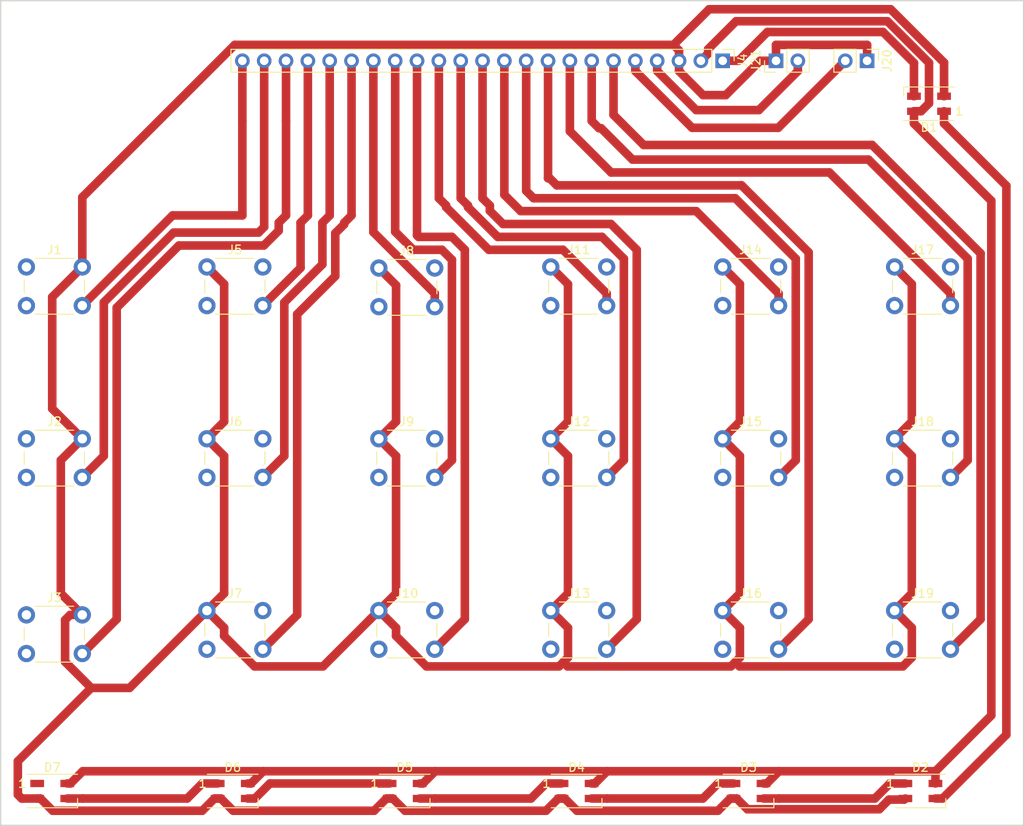
<source format=kicad_pcb>
(kicad_pcb (version 20171130) (host pcbnew 5.0.2-bee76a0~70~ubuntu18.04.1)

  (general
    (thickness 1.6)
    (drawings 5)
    (tracks 319)
    (zones 0)
    (modules 28)
    (nets 31)
  )

  (page A4)
  (layers
    (0 F.Cu signal)
    (31 B.Cu signal)
    (32 B.Adhes user)
    (33 F.Adhes user)
    (34 B.Paste user)
    (35 F.Paste user)
    (36 B.SilkS user)
    (37 F.SilkS user)
    (38 B.Mask user)
    (39 F.Mask user)
    (40 Dwgs.User user)
    (41 Cmts.User user)
    (42 Eco1.User user)
    (43 Eco2.User user)
    (44 Edge.Cuts user)
    (45 Margin user)
    (46 B.CrtYd user)
    (47 F.CrtYd user)
    (48 B.Fab user)
    (49 F.Fab user)
  )

  (setup
    (last_trace_width 1)
    (trace_clearance 0.25)
    (zone_clearance 0.508)
    (zone_45_only no)
    (trace_min 0.2)
    (segment_width 0.2)
    (edge_width 0.15)
    (via_size 0.8)
    (via_drill 0.4)
    (via_min_size 0.4)
    (via_min_drill 0.3)
    (uvia_size 0.3)
    (uvia_drill 0.1)
    (uvias_allowed no)
    (uvia_min_size 0.2)
    (uvia_min_drill 0.1)
    (pcb_text_width 0.3)
    (pcb_text_size 1.5 1.5)
    (mod_edge_width 0.15)
    (mod_text_size 1 1)
    (mod_text_width 0.15)
    (pad_size 1.524 1.524)
    (pad_drill 0.762)
    (pad_to_mask_clearance 0.051)
    (solder_mask_min_width 0.25)
    (aux_axis_origin 0 0)
    (visible_elements FFFFFF7F)
    (pcbplotparams
      (layerselection 0x01000_7fffffff)
      (usegerberextensions false)
      (usegerberattributes false)
      (usegerberadvancedattributes false)
      (creategerberjobfile false)
      (excludeedgelayer true)
      (linewidth 0.100000)
      (plotframeref false)
      (viasonmask false)
      (mode 1)
      (useauxorigin false)
      (hpglpennumber 1)
      (hpglpenspeed 20)
      (hpglpendiameter 15.000000)
      (psnegative false)
      (psa4output false)
      (plotreference true)
      (plotvalue true)
      (plotinvisibletext false)
      (padsonsilk false)
      (subtractmaskfromsilk false)
      (outputformat 1)
      (mirror false)
      (drillshape 0)
      (scaleselection 1)
      (outputdirectory "grb"))
  )

  (net 0 "")
  (net 1 GND)
  (net 2 /up_motor0)
  (net 3 /down_motor0)
  (net 4 /home_motor0)
  (net 5 /up_motor1)
  (net 6 /up_motor2)
  (net 7 /up_motor3)
  (net 8 /up_motor4)
  (net 9 /up_motor5)
  (net 10 /down_motor1)
  (net 11 /down_motor2)
  (net 12 /down_motor3)
  (net 13 /down_motor4)
  (net 14 /down_motor5)
  (net 15 /home_motor1)
  (net 16 /home_motor2)
  (net 17 /home_motor3)
  (net 18 /home_motor4)
  (net 19 /home_motor5)
  (net 20 /EMERGENCY)
  (net 21 /ONOFF)
  (net 22 /NEOPIXEL)
  (net 23 +5V)
  (net 24 "Net-(D1-Pad1)")
  (net 25 "Net-(D2-Pad1)")
  (net 26 "Net-(D3-Pad1)")
  (net 27 "Net-(D4-Pad1)")
  (net 28 "Net-(D5-Pad1)")
  (net 29 "Net-(D6-Pad1)")
  (net 30 "Net-(D7-Pad1)")

  (net_class Default "This is the default net class."
    (clearance 0.25)
    (trace_width 1)
    (via_dia 0.8)
    (via_drill 0.4)
    (uvia_dia 0.3)
    (uvia_drill 0.1)
    (add_net +5V)
    (add_net /EMERGENCY)
    (add_net /NEOPIXEL)
    (add_net /ONOFF)
    (add_net /down_motor0)
    (add_net /down_motor1)
    (add_net /down_motor2)
    (add_net /down_motor3)
    (add_net /down_motor4)
    (add_net /down_motor5)
    (add_net /home_motor0)
    (add_net /home_motor1)
    (add_net /home_motor2)
    (add_net /home_motor3)
    (add_net /home_motor4)
    (add_net /home_motor5)
    (add_net /up_motor0)
    (add_net /up_motor1)
    (add_net /up_motor2)
    (add_net /up_motor3)
    (add_net /up_motor4)
    (add_net /up_motor5)
    (add_net GND)
    (add_net "Net-(D1-Pad1)")
    (add_net "Net-(D2-Pad1)")
    (add_net "Net-(D3-Pad1)")
    (add_net "Net-(D4-Pad1)")
    (add_net "Net-(D5-Pad1)")
    (add_net "Net-(D6-Pad1)")
    (add_net "Net-(D7-Pad1)")
  )

  (module Connector_PinHeader_2.54mm:PinHeader_1x02_P2.54mm_Vertical (layer F.Cu) (tedit 59FED5CC) (tstamp 5D279D4B)
    (at 100.8 -9 270)
    (descr "Through hole straight pin header, 1x02, 2.54mm pitch, single row")
    (tags "Through hole pin header THT 1x02 2.54mm single row")
    (path /5D1B62E2)
    (fp_text reference J20 (at 0 -2.33 270) (layer F.SilkS)
      (effects (font (size 1 1) (thickness 0.15)))
    )
    (fp_text value EMERGENCY (at 0 4.87 270) (layer F.Fab)
      (effects (font (size 1 1) (thickness 0.15)))
    )
    (fp_line (start -0.635 -1.27) (end 1.27 -1.27) (layer F.Fab) (width 0.1))
    (fp_line (start 1.27 -1.27) (end 1.27 3.81) (layer F.Fab) (width 0.1))
    (fp_line (start 1.27 3.81) (end -1.27 3.81) (layer F.Fab) (width 0.1))
    (fp_line (start -1.27 3.81) (end -1.27 -0.635) (layer F.Fab) (width 0.1))
    (fp_line (start -1.27 -0.635) (end -0.635 -1.27) (layer F.Fab) (width 0.1))
    (fp_line (start -1.33 3.87) (end 1.33 3.87) (layer F.SilkS) (width 0.12))
    (fp_line (start -1.33 1.27) (end -1.33 3.87) (layer F.SilkS) (width 0.12))
    (fp_line (start 1.33 1.27) (end 1.33 3.87) (layer F.SilkS) (width 0.12))
    (fp_line (start -1.33 1.27) (end 1.33 1.27) (layer F.SilkS) (width 0.12))
    (fp_line (start -1.33 0) (end -1.33 -1.33) (layer F.SilkS) (width 0.12))
    (fp_line (start -1.33 -1.33) (end 0 -1.33) (layer F.SilkS) (width 0.12))
    (fp_line (start -1.8 -1.8) (end -1.8 4.35) (layer F.CrtYd) (width 0.05))
    (fp_line (start -1.8 4.35) (end 1.8 4.35) (layer F.CrtYd) (width 0.05))
    (fp_line (start 1.8 4.35) (end 1.8 -1.8) (layer F.CrtYd) (width 0.05))
    (fp_line (start 1.8 -1.8) (end -1.8 -1.8) (layer F.CrtYd) (width 0.05))
    (fp_text user %R (at 0 1.27) (layer F.Fab)
      (effects (font (size 1 1) (thickness 0.15)))
    )
    (pad 1 thru_hole rect (at 0 0 270) (size 1.7 1.7) (drill 1) (layers *.Cu *.Mask)
      (net 1 GND))
    (pad 2 thru_hole oval (at 0 2.54 270) (size 1.7 1.7) (drill 1) (layers *.Cu *.Mask)
      (net 20 /EMERGENCY))
    (model ${KISYS3DMOD}/Connector_PinHeader_2.54mm.3dshapes/PinHeader_1x02_P2.54mm_Vertical.wrl
      (at (xyz 0 0 0))
      (scale (xyz 1 1 1))
      (rotate (xyz 0 0 0))
    )
  )

  (module Connector_PinHeader_2.54mm:PinHeader_1x02_P2.54mm_Vertical (layer F.Cu) (tedit 59FED5CC) (tstamp 5D279D61)
    (at 90.2 -9 90)
    (descr "Through hole straight pin header, 1x02, 2.54mm pitch, single row")
    (tags "Through hole pin header THT 1x02 2.54mm single row")
    (path /5D1B6E9D)
    (fp_text reference J21 (at 0 -2.33 90) (layer F.SilkS)
      (effects (font (size 1 1) (thickness 0.15)))
    )
    (fp_text value ON/OFF (at 0 4.87 90) (layer F.Fab)
      (effects (font (size 1 1) (thickness 0.15)))
    )
    (fp_text user %R (at 0 1.27 180) (layer F.Fab)
      (effects (font (size 1 1) (thickness 0.15)))
    )
    (fp_line (start 1.8 -1.8) (end -1.8 -1.8) (layer F.CrtYd) (width 0.05))
    (fp_line (start 1.8 4.35) (end 1.8 -1.8) (layer F.CrtYd) (width 0.05))
    (fp_line (start -1.8 4.35) (end 1.8 4.35) (layer F.CrtYd) (width 0.05))
    (fp_line (start -1.8 -1.8) (end -1.8 4.35) (layer F.CrtYd) (width 0.05))
    (fp_line (start -1.33 -1.33) (end 0 -1.33) (layer F.SilkS) (width 0.12))
    (fp_line (start -1.33 0) (end -1.33 -1.33) (layer F.SilkS) (width 0.12))
    (fp_line (start -1.33 1.27) (end 1.33 1.27) (layer F.SilkS) (width 0.12))
    (fp_line (start 1.33 1.27) (end 1.33 3.87) (layer F.SilkS) (width 0.12))
    (fp_line (start -1.33 1.27) (end -1.33 3.87) (layer F.SilkS) (width 0.12))
    (fp_line (start -1.33 3.87) (end 1.33 3.87) (layer F.SilkS) (width 0.12))
    (fp_line (start -1.27 -0.635) (end -0.635 -1.27) (layer F.Fab) (width 0.1))
    (fp_line (start -1.27 3.81) (end -1.27 -0.635) (layer F.Fab) (width 0.1))
    (fp_line (start 1.27 3.81) (end -1.27 3.81) (layer F.Fab) (width 0.1))
    (fp_line (start 1.27 -1.27) (end 1.27 3.81) (layer F.Fab) (width 0.1))
    (fp_line (start -0.635 -1.27) (end 1.27 -1.27) (layer F.Fab) (width 0.1))
    (pad 2 thru_hole oval (at 0 2.54 90) (size 1.7 1.7) (drill 1) (layers *.Cu *.Mask)
      (net 21 /ONOFF))
    (pad 1 thru_hole rect (at 0 0 90) (size 1.7 1.7) (drill 1) (layers *.Cu *.Mask)
      (net 1 GND))
    (model ${KISYS3DMOD}/Connector_PinHeader_2.54mm.3dshapes/PinHeader_1x02_P2.54mm_Vertical.wrl
      (at (xyz 0 0 0))
      (scale (xyz 1 1 1))
      (rotate (xyz 0 0 0))
    )
  )

  (module Connector_PinHeader_2.54mm:PinHeader_1x23_P2.54mm_Vertical (layer F.Cu) (tedit 59FED5CC) (tstamp 5D27E19F)
    (at 84 -9 270)
    (descr "Through hole straight pin header, 1x23, 2.54mm pitch, single row")
    (tags "Through hole pin header THT 1x23 2.54mm single row")
    (path /5D1BA73E)
    (fp_text reference J4 (at 0 -2.33 270) (layer F.SilkS)
      (effects (font (size 1 1) (thickness 0.15)))
    )
    (fp_text value Conn_01x23_Male (at 0 58.21 270) (layer F.Fab)
      (effects (font (size 1 1) (thickness 0.15)))
    )
    (fp_line (start -0.635 -1.27) (end 1.27 -1.27) (layer F.Fab) (width 0.1))
    (fp_line (start 1.27 -1.27) (end 1.27 57.15) (layer F.Fab) (width 0.1))
    (fp_line (start 1.27 57.15) (end -1.27 57.15) (layer F.Fab) (width 0.1))
    (fp_line (start -1.27 57.15) (end -1.27 -0.635) (layer F.Fab) (width 0.1))
    (fp_line (start -1.27 -0.635) (end -0.635 -1.27) (layer F.Fab) (width 0.1))
    (fp_line (start -1.33 57.21) (end 1.33 57.21) (layer F.SilkS) (width 0.12))
    (fp_line (start -1.33 1.27) (end -1.33 57.21) (layer F.SilkS) (width 0.12))
    (fp_line (start 1.33 1.27) (end 1.33 57.21) (layer F.SilkS) (width 0.12))
    (fp_line (start -1.33 1.27) (end 1.33 1.27) (layer F.SilkS) (width 0.12))
    (fp_line (start -1.33 0) (end -1.33 -1.33) (layer F.SilkS) (width 0.12))
    (fp_line (start -1.33 -1.33) (end 0 -1.33) (layer F.SilkS) (width 0.12))
    (fp_line (start -1.8 -1.8) (end -1.8 57.65) (layer F.CrtYd) (width 0.05))
    (fp_line (start -1.8 57.65) (end 1.8 57.65) (layer F.CrtYd) (width 0.05))
    (fp_line (start 1.8 57.65) (end 1.8 -1.8) (layer F.CrtYd) (width 0.05))
    (fp_line (start 1.8 -1.8) (end -1.8 -1.8) (layer F.CrtYd) (width 0.05))
    (fp_text user %R (at 0 27.94) (layer F.Fab)
      (effects (font (size 1 1) (thickness 0.15)))
    )
    (pad 1 thru_hole rect (at 0 0 270) (size 1.7 1.7) (drill 1) (layers *.Cu *.Mask)
      (net 22 /NEOPIXEL))
    (pad 2 thru_hole oval (at 0 2.54 270) (size 1.7 1.7) (drill 1) (layers *.Cu *.Mask)
      (net 23 +5V))
    (pad 3 thru_hole oval (at 0 5.08 270) (size 1.7 1.7) (drill 1) (layers *.Cu *.Mask)
      (net 1 GND))
    (pad 4 thru_hole oval (at 0 7.62 270) (size 1.7 1.7) (drill 1) (layers *.Cu *.Mask)
      (net 21 /ONOFF))
    (pad 5 thru_hole oval (at 0 10.16 270) (size 1.7 1.7) (drill 1) (layers *.Cu *.Mask)
      (net 20 /EMERGENCY))
    (pad 6 thru_hole oval (at 0 12.7 270) (size 1.7 1.7) (drill 1) (layers *.Cu *.Mask)
      (net 19 /home_motor5))
    (pad 7 thru_hole oval (at 0 15.24 270) (size 1.7 1.7) (drill 1) (layers *.Cu *.Mask)
      (net 14 /down_motor5))
    (pad 8 thru_hole oval (at 0 17.78 270) (size 1.7 1.7) (drill 1) (layers *.Cu *.Mask)
      (net 9 /up_motor5))
    (pad 9 thru_hole oval (at 0 20.32 270) (size 1.7 1.7) (drill 1) (layers *.Cu *.Mask)
      (net 18 /home_motor4))
    (pad 10 thru_hole oval (at 0 22.86 270) (size 1.7 1.7) (drill 1) (layers *.Cu *.Mask)
      (net 13 /down_motor4))
    (pad 11 thru_hole oval (at 0 25.4 270) (size 1.7 1.7) (drill 1) (layers *.Cu *.Mask)
      (net 8 /up_motor4))
    (pad 12 thru_hole oval (at 0 27.94 270) (size 1.7 1.7) (drill 1) (layers *.Cu *.Mask)
      (net 17 /home_motor3))
    (pad 13 thru_hole oval (at 0 30.48 270) (size 1.7 1.7) (drill 1) (layers *.Cu *.Mask)
      (net 12 /down_motor3))
    (pad 14 thru_hole oval (at 0 33.02 270) (size 1.7 1.7) (drill 1) (layers *.Cu *.Mask)
      (net 7 /up_motor3))
    (pad 15 thru_hole oval (at 0 35.56 270) (size 1.7 1.7) (drill 1) (layers *.Cu *.Mask)
      (net 16 /home_motor2))
    (pad 16 thru_hole oval (at 0 38.1 270) (size 1.7 1.7) (drill 1) (layers *.Cu *.Mask)
      (net 11 /down_motor2))
    (pad 17 thru_hole oval (at 0 40.64 270) (size 1.7 1.7) (drill 1) (layers *.Cu *.Mask)
      (net 6 /up_motor2))
    (pad 18 thru_hole oval (at 0 43.18 270) (size 1.7 1.7) (drill 1) (layers *.Cu *.Mask)
      (net 15 /home_motor1))
    (pad 19 thru_hole oval (at 0 45.72 270) (size 1.7 1.7) (drill 1) (layers *.Cu *.Mask)
      (net 10 /down_motor1))
    (pad 20 thru_hole oval (at 0 48.26 270) (size 1.7 1.7) (drill 1) (layers *.Cu *.Mask)
      (net 5 /up_motor1))
    (pad 21 thru_hole oval (at 0 50.8 270) (size 1.7 1.7) (drill 1) (layers *.Cu *.Mask)
      (net 4 /home_motor0))
    (pad 22 thru_hole oval (at 0 53.34 270) (size 1.7 1.7) (drill 1) (layers *.Cu *.Mask)
      (net 3 /down_motor0))
    (pad 23 thru_hole oval (at 0 55.88 270) (size 1.7 1.7) (drill 1) (layers *.Cu *.Mask)
      (net 2 /up_motor0))
    (model ${KISYS3DMOD}/Connector_PinHeader_2.54mm.3dshapes/PinHeader_1x23_P2.54mm_Vertical.wrl
      (at (xyz 0 0 0))
      (scale (xyz 1 1 1))
      (rotate (xyz 0 0 0))
    )
  )

  (module Button_Switch_THT:SW_PUSH_6mm_H7.3mm (layer F.Cu) (tedit 5A02FE31) (tstamp 5D27BB2C)
    (at 3 15)
    (descr "tactile push button, 6x6mm e.g. PHAP33xx series, height=7.3mm")
    (tags "tact sw push 6mm")
    (path /5D1B487D)
    (fp_text reference J1 (at 3.25 -2) (layer F.SilkS)
      (effects (font (size 1 1) (thickness 0.15)))
    )
    (fp_text value up_motor0 (at 3.75 6.7) (layer F.Fab)
      (effects (font (size 1 1) (thickness 0.15)))
    )
    (fp_circle (center 3.25 2.25) (end 1.25 2.5) (layer F.Fab) (width 0.1))
    (fp_line (start 6.75 3) (end 6.75 1.5) (layer F.SilkS) (width 0.12))
    (fp_line (start 5.5 -1) (end 1 -1) (layer F.SilkS) (width 0.12))
    (fp_line (start -0.25 1.5) (end -0.25 3) (layer F.SilkS) (width 0.12))
    (fp_line (start 1 5.5) (end 5.5 5.5) (layer F.SilkS) (width 0.12))
    (fp_line (start 8 -1.25) (end 8 5.75) (layer F.CrtYd) (width 0.05))
    (fp_line (start 7.75 6) (end -1.25 6) (layer F.CrtYd) (width 0.05))
    (fp_line (start -1.5 5.75) (end -1.5 -1.25) (layer F.CrtYd) (width 0.05))
    (fp_line (start -1.25 -1.5) (end 7.75 -1.5) (layer F.CrtYd) (width 0.05))
    (fp_line (start -1.5 6) (end -1.25 6) (layer F.CrtYd) (width 0.05))
    (fp_line (start -1.5 5.75) (end -1.5 6) (layer F.CrtYd) (width 0.05))
    (fp_line (start -1.5 -1.5) (end -1.25 -1.5) (layer F.CrtYd) (width 0.05))
    (fp_line (start -1.5 -1.25) (end -1.5 -1.5) (layer F.CrtYd) (width 0.05))
    (fp_line (start 8 -1.5) (end 8 -1.25) (layer F.CrtYd) (width 0.05))
    (fp_line (start 7.75 -1.5) (end 8 -1.5) (layer F.CrtYd) (width 0.05))
    (fp_line (start 8 6) (end 8 5.75) (layer F.CrtYd) (width 0.05))
    (fp_line (start 7.75 6) (end 8 6) (layer F.CrtYd) (width 0.05))
    (fp_line (start 0.25 -0.75) (end 3.25 -0.75) (layer F.Fab) (width 0.1))
    (fp_line (start 0.25 5.25) (end 0.25 -0.75) (layer F.Fab) (width 0.1))
    (fp_line (start 6.25 5.25) (end 0.25 5.25) (layer F.Fab) (width 0.1))
    (fp_line (start 6.25 -0.75) (end 6.25 5.25) (layer F.Fab) (width 0.1))
    (fp_line (start 3.25 -0.75) (end 6.25 -0.75) (layer F.Fab) (width 0.1))
    (fp_text user %R (at 3.25 2.25) (layer F.Fab)
      (effects (font (size 1 1) (thickness 0.15)))
    )
    (pad 1 thru_hole circle (at 6.5 0 90) (size 2 2) (drill 1.1) (layers *.Cu *.Mask)
      (net 1 GND))
    (pad 2 thru_hole circle (at 6.5 4.5 90) (size 2 2) (drill 1.1) (layers *.Cu *.Mask)
      (net 2 /up_motor0))
    (pad 1 thru_hole circle (at 0 0 90) (size 2 2) (drill 1.1) (layers *.Cu *.Mask)
      (net 1 GND))
    (pad 2 thru_hole circle (at 0 4.5 90) (size 2 2) (drill 1.1) (layers *.Cu *.Mask)
      (net 2 /up_motor0))
    (model ${KISYS3DMOD}/Button_Switch_THT.3dshapes/SW_PUSH_6mm_H7.3mm.wrl
      (at (xyz 0 0 0))
      (scale (xyz 1 1 1))
      (rotate (xyz 0 0 0))
    )
  )

  (module Button_Switch_THT:SW_PUSH_6mm_H7.3mm (layer F.Cu) (tedit 5A02FE31) (tstamp 5D27D8C1)
    (at 3 35)
    (descr "tactile push button, 6x6mm e.g. PHAP33xx series, height=7.3mm")
    (tags "tact sw push 6mm")
    (path /5D1B497F)
    (fp_text reference J2 (at 3.25 -2) (layer F.SilkS)
      (effects (font (size 1 1) (thickness 0.15)))
    )
    (fp_text value down_motor0 (at 3.75 6.7) (layer F.Fab)
      (effects (font (size 1 1) (thickness 0.15)))
    )
    (fp_circle (center 3.25 2.25) (end 1.25 2.5) (layer F.Fab) (width 0.1))
    (fp_line (start 6.75 3) (end 6.75 1.5) (layer F.SilkS) (width 0.12))
    (fp_line (start 5.5 -1) (end 1 -1) (layer F.SilkS) (width 0.12))
    (fp_line (start -0.25 1.5) (end -0.25 3) (layer F.SilkS) (width 0.12))
    (fp_line (start 1 5.5) (end 5.5 5.5) (layer F.SilkS) (width 0.12))
    (fp_line (start 8 -1.25) (end 8 5.75) (layer F.CrtYd) (width 0.05))
    (fp_line (start 7.75 6) (end -1.25 6) (layer F.CrtYd) (width 0.05))
    (fp_line (start -1.5 5.75) (end -1.5 -1.25) (layer F.CrtYd) (width 0.05))
    (fp_line (start -1.25 -1.5) (end 7.75 -1.5) (layer F.CrtYd) (width 0.05))
    (fp_line (start -1.5 6) (end -1.25 6) (layer F.CrtYd) (width 0.05))
    (fp_line (start -1.5 5.75) (end -1.5 6) (layer F.CrtYd) (width 0.05))
    (fp_line (start -1.5 -1.5) (end -1.25 -1.5) (layer F.CrtYd) (width 0.05))
    (fp_line (start -1.5 -1.25) (end -1.5 -1.5) (layer F.CrtYd) (width 0.05))
    (fp_line (start 8 -1.5) (end 8 -1.25) (layer F.CrtYd) (width 0.05))
    (fp_line (start 7.75 -1.5) (end 8 -1.5) (layer F.CrtYd) (width 0.05))
    (fp_line (start 8 6) (end 8 5.75) (layer F.CrtYd) (width 0.05))
    (fp_line (start 7.75 6) (end 8 6) (layer F.CrtYd) (width 0.05))
    (fp_line (start 0.25 -0.75) (end 3.25 -0.75) (layer F.Fab) (width 0.1))
    (fp_line (start 0.25 5.25) (end 0.25 -0.75) (layer F.Fab) (width 0.1))
    (fp_line (start 6.25 5.25) (end 0.25 5.25) (layer F.Fab) (width 0.1))
    (fp_line (start 6.25 -0.75) (end 6.25 5.25) (layer F.Fab) (width 0.1))
    (fp_line (start 3.25 -0.75) (end 6.25 -0.75) (layer F.Fab) (width 0.1))
    (fp_text user %R (at 3.25 2.25) (layer F.Fab)
      (effects (font (size 1 1) (thickness 0.15)))
    )
    (pad 1 thru_hole circle (at 6.5 0 90) (size 2 2) (drill 1.1) (layers *.Cu *.Mask)
      (net 1 GND))
    (pad 2 thru_hole circle (at 6.5 4.5 90) (size 2 2) (drill 1.1) (layers *.Cu *.Mask)
      (net 3 /down_motor0))
    (pad 1 thru_hole circle (at 0 0 90) (size 2 2) (drill 1.1) (layers *.Cu *.Mask)
      (net 1 GND))
    (pad 2 thru_hole circle (at 0 4.5 90) (size 2 2) (drill 1.1) (layers *.Cu *.Mask)
      (net 3 /down_motor0))
    (model ${KISYS3DMOD}/Button_Switch_THT.3dshapes/SW_PUSH_6mm_H7.3mm.wrl
      (at (xyz 0 0 0))
      (scale (xyz 1 1 1))
      (rotate (xyz 0 0 0))
    )
  )

  (module Button_Switch_THT:SW_PUSH_6mm_H7.3mm (layer F.Cu) (tedit 5A02FE31) (tstamp 5D27DC9F)
    (at 3 55.5)
    (descr "tactile push button, 6x6mm e.g. PHAP33xx series, height=7.3mm")
    (tags "tact sw push 6mm")
    (path /5D1B4A09)
    (fp_text reference J3 (at 3.25 -2) (layer F.SilkS)
      (effects (font (size 1 1) (thickness 0.15)))
    )
    (fp_text value home_motor0 (at 3.75 6.7) (layer F.Fab)
      (effects (font (size 1 1) (thickness 0.15)))
    )
    (fp_text user %R (at 3.25 2.25) (layer F.Fab)
      (effects (font (size 1 1) (thickness 0.15)))
    )
    (fp_line (start 3.25 -0.75) (end 6.25 -0.75) (layer F.Fab) (width 0.1))
    (fp_line (start 6.25 -0.75) (end 6.25 5.25) (layer F.Fab) (width 0.1))
    (fp_line (start 6.25 5.25) (end 0.25 5.25) (layer F.Fab) (width 0.1))
    (fp_line (start 0.25 5.25) (end 0.25 -0.75) (layer F.Fab) (width 0.1))
    (fp_line (start 0.25 -0.75) (end 3.25 -0.75) (layer F.Fab) (width 0.1))
    (fp_line (start 7.75 6) (end 8 6) (layer F.CrtYd) (width 0.05))
    (fp_line (start 8 6) (end 8 5.75) (layer F.CrtYd) (width 0.05))
    (fp_line (start 7.75 -1.5) (end 8 -1.5) (layer F.CrtYd) (width 0.05))
    (fp_line (start 8 -1.5) (end 8 -1.25) (layer F.CrtYd) (width 0.05))
    (fp_line (start -1.5 -1.25) (end -1.5 -1.5) (layer F.CrtYd) (width 0.05))
    (fp_line (start -1.5 -1.5) (end -1.25 -1.5) (layer F.CrtYd) (width 0.05))
    (fp_line (start -1.5 5.75) (end -1.5 6) (layer F.CrtYd) (width 0.05))
    (fp_line (start -1.5 6) (end -1.25 6) (layer F.CrtYd) (width 0.05))
    (fp_line (start -1.25 -1.5) (end 7.75 -1.5) (layer F.CrtYd) (width 0.05))
    (fp_line (start -1.5 5.75) (end -1.5 -1.25) (layer F.CrtYd) (width 0.05))
    (fp_line (start 7.75 6) (end -1.25 6) (layer F.CrtYd) (width 0.05))
    (fp_line (start 8 -1.25) (end 8 5.75) (layer F.CrtYd) (width 0.05))
    (fp_line (start 1 5.5) (end 5.5 5.5) (layer F.SilkS) (width 0.12))
    (fp_line (start -0.25 1.5) (end -0.25 3) (layer F.SilkS) (width 0.12))
    (fp_line (start 5.5 -1) (end 1 -1) (layer F.SilkS) (width 0.12))
    (fp_line (start 6.75 3) (end 6.75 1.5) (layer F.SilkS) (width 0.12))
    (fp_circle (center 3.25 2.25) (end 1.25 2.5) (layer F.Fab) (width 0.1))
    (pad 2 thru_hole circle (at 0 4.5 90) (size 2 2) (drill 1.1) (layers *.Cu *.Mask)
      (net 4 /home_motor0))
    (pad 1 thru_hole circle (at 0 0 90) (size 2 2) (drill 1.1) (layers *.Cu *.Mask)
      (net 1 GND))
    (pad 2 thru_hole circle (at 6.5 4.5 90) (size 2 2) (drill 1.1) (layers *.Cu *.Mask)
      (net 4 /home_motor0))
    (pad 1 thru_hole circle (at 6.5 0 90) (size 2 2) (drill 1.1) (layers *.Cu *.Mask)
      (net 1 GND))
    (model ${KISYS3DMOD}/Button_Switch_THT.3dshapes/SW_PUSH_6mm_H7.3mm.wrl
      (at (xyz 0 0 0))
      (scale (xyz 1 1 1))
      (rotate (xyz 0 0 0))
    )
  )

  (module Button_Switch_THT:SW_PUSH_6mm_H7.3mm (layer F.Cu) (tedit 5A02FE31) (tstamp 5D27BB86)
    (at 24 15)
    (descr "tactile push button, 6x6mm e.g. PHAP33xx series, height=7.3mm")
    (tags "tact sw push 6mm")
    (path /5D1B4D1A)
    (fp_text reference J5 (at 3.25 -2) (layer F.SilkS)
      (effects (font (size 1 1) (thickness 0.15)))
    )
    (fp_text value up_motor1 (at 3.75 6.7) (layer F.Fab)
      (effects (font (size 1 1) (thickness 0.15)))
    )
    (fp_circle (center 3.25 2.25) (end 1.25 2.5) (layer F.Fab) (width 0.1))
    (fp_line (start 6.75 3) (end 6.75 1.5) (layer F.SilkS) (width 0.12))
    (fp_line (start 5.5 -1) (end 1 -1) (layer F.SilkS) (width 0.12))
    (fp_line (start -0.25 1.5) (end -0.25 3) (layer F.SilkS) (width 0.12))
    (fp_line (start 1 5.5) (end 5.5 5.5) (layer F.SilkS) (width 0.12))
    (fp_line (start 8 -1.25) (end 8 5.75) (layer F.CrtYd) (width 0.05))
    (fp_line (start 7.75 6) (end -1.25 6) (layer F.CrtYd) (width 0.05))
    (fp_line (start -1.5 5.75) (end -1.5 -1.25) (layer F.CrtYd) (width 0.05))
    (fp_line (start -1.25 -1.5) (end 7.75 -1.5) (layer F.CrtYd) (width 0.05))
    (fp_line (start -1.5 6) (end -1.25 6) (layer F.CrtYd) (width 0.05))
    (fp_line (start -1.5 5.75) (end -1.5 6) (layer F.CrtYd) (width 0.05))
    (fp_line (start -1.5 -1.5) (end -1.25 -1.5) (layer F.CrtYd) (width 0.05))
    (fp_line (start -1.5 -1.25) (end -1.5 -1.5) (layer F.CrtYd) (width 0.05))
    (fp_line (start 8 -1.5) (end 8 -1.25) (layer F.CrtYd) (width 0.05))
    (fp_line (start 7.75 -1.5) (end 8 -1.5) (layer F.CrtYd) (width 0.05))
    (fp_line (start 8 6) (end 8 5.75) (layer F.CrtYd) (width 0.05))
    (fp_line (start 7.75 6) (end 8 6) (layer F.CrtYd) (width 0.05))
    (fp_line (start 0.25 -0.75) (end 3.25 -0.75) (layer F.Fab) (width 0.1))
    (fp_line (start 0.25 5.25) (end 0.25 -0.75) (layer F.Fab) (width 0.1))
    (fp_line (start 6.25 5.25) (end 0.25 5.25) (layer F.Fab) (width 0.1))
    (fp_line (start 6.25 -0.75) (end 6.25 5.25) (layer F.Fab) (width 0.1))
    (fp_line (start 3.25 -0.75) (end 6.25 -0.75) (layer F.Fab) (width 0.1))
    (fp_text user %R (at 3.25 2.25) (layer F.Fab)
      (effects (font (size 1 1) (thickness 0.15)))
    )
    (pad 1 thru_hole circle (at 6.5 0 90) (size 2 2) (drill 1.1) (layers *.Cu *.Mask)
      (net 1 GND))
    (pad 2 thru_hole circle (at 6.5 4.5 90) (size 2 2) (drill 1.1) (layers *.Cu *.Mask)
      (net 5 /up_motor1))
    (pad 1 thru_hole circle (at 0 0 90) (size 2 2) (drill 1.1) (layers *.Cu *.Mask)
      (net 1 GND))
    (pad 2 thru_hole circle (at 0 4.5 90) (size 2 2) (drill 1.1) (layers *.Cu *.Mask)
      (net 5 /up_motor1))
    (model ${KISYS3DMOD}/Button_Switch_THT.3dshapes/SW_PUSH_6mm_H7.3mm.wrl
      (at (xyz 0 0 0))
      (scale (xyz 1 1 1))
      (rotate (xyz 0 0 0))
    )
  )

  (module Button_Switch_THT:SW_PUSH_6mm_H7.3mm (layer F.Cu) (tedit 5A02FE31) (tstamp 5D27DB91)
    (at 24 35)
    (descr "tactile push button, 6x6mm e.g. PHAP33xx series, height=7.3mm")
    (tags "tact sw push 6mm")
    (path /5D1B4D21)
    (fp_text reference J6 (at 3.25 -2) (layer F.SilkS)
      (effects (font (size 1 1) (thickness 0.15)))
    )
    (fp_text value down_motor1 (at 3.75 6.7) (layer F.Fab)
      (effects (font (size 1 1) (thickness 0.15)))
    )
    (fp_text user %R (at 3.25 2.25) (layer F.Fab)
      (effects (font (size 1 1) (thickness 0.15)))
    )
    (fp_line (start 3.25 -0.75) (end 6.25 -0.75) (layer F.Fab) (width 0.1))
    (fp_line (start 6.25 -0.75) (end 6.25 5.25) (layer F.Fab) (width 0.1))
    (fp_line (start 6.25 5.25) (end 0.25 5.25) (layer F.Fab) (width 0.1))
    (fp_line (start 0.25 5.25) (end 0.25 -0.75) (layer F.Fab) (width 0.1))
    (fp_line (start 0.25 -0.75) (end 3.25 -0.75) (layer F.Fab) (width 0.1))
    (fp_line (start 7.75 6) (end 8 6) (layer F.CrtYd) (width 0.05))
    (fp_line (start 8 6) (end 8 5.75) (layer F.CrtYd) (width 0.05))
    (fp_line (start 7.75 -1.5) (end 8 -1.5) (layer F.CrtYd) (width 0.05))
    (fp_line (start 8 -1.5) (end 8 -1.25) (layer F.CrtYd) (width 0.05))
    (fp_line (start -1.5 -1.25) (end -1.5 -1.5) (layer F.CrtYd) (width 0.05))
    (fp_line (start -1.5 -1.5) (end -1.25 -1.5) (layer F.CrtYd) (width 0.05))
    (fp_line (start -1.5 5.75) (end -1.5 6) (layer F.CrtYd) (width 0.05))
    (fp_line (start -1.5 6) (end -1.25 6) (layer F.CrtYd) (width 0.05))
    (fp_line (start -1.25 -1.5) (end 7.75 -1.5) (layer F.CrtYd) (width 0.05))
    (fp_line (start -1.5 5.75) (end -1.5 -1.25) (layer F.CrtYd) (width 0.05))
    (fp_line (start 7.75 6) (end -1.25 6) (layer F.CrtYd) (width 0.05))
    (fp_line (start 8 -1.25) (end 8 5.75) (layer F.CrtYd) (width 0.05))
    (fp_line (start 1 5.5) (end 5.5 5.5) (layer F.SilkS) (width 0.12))
    (fp_line (start -0.25 1.5) (end -0.25 3) (layer F.SilkS) (width 0.12))
    (fp_line (start 5.5 -1) (end 1 -1) (layer F.SilkS) (width 0.12))
    (fp_line (start 6.75 3) (end 6.75 1.5) (layer F.SilkS) (width 0.12))
    (fp_circle (center 3.25 2.25) (end 1.25 2.5) (layer F.Fab) (width 0.1))
    (pad 2 thru_hole circle (at 0 4.5 90) (size 2 2) (drill 1.1) (layers *.Cu *.Mask)
      (net 10 /down_motor1))
    (pad 1 thru_hole circle (at 0 0 90) (size 2 2) (drill 1.1) (layers *.Cu *.Mask)
      (net 1 GND))
    (pad 2 thru_hole circle (at 6.5 4.5 90) (size 2 2) (drill 1.1) (layers *.Cu *.Mask)
      (net 10 /down_motor1))
    (pad 1 thru_hole circle (at 6.5 0 90) (size 2 2) (drill 1.1) (layers *.Cu *.Mask)
      (net 1 GND))
    (model ${KISYS3DMOD}/Button_Switch_THT.3dshapes/SW_PUSH_6mm_H7.3mm.wrl
      (at (xyz 0 0 0))
      (scale (xyz 1 1 1))
      (rotate (xyz 0 0 0))
    )
  )

  (module Button_Switch_THT:SW_PUSH_6mm_H7.3mm (layer F.Cu) (tedit 5A02FE31) (tstamp 5D27DC45)
    (at 24 55)
    (descr "tactile push button, 6x6mm e.g. PHAP33xx series, height=7.3mm")
    (tags "tact sw push 6mm")
    (path /5D1B4D28)
    (fp_text reference J7 (at 3.25 -2) (layer F.SilkS)
      (effects (font (size 1 1) (thickness 0.15)))
    )
    (fp_text value home_motor1 (at 3.75 6.7) (layer F.Fab)
      (effects (font (size 1 1) (thickness 0.15)))
    )
    (fp_circle (center 3.25 2.25) (end 1.25 2.5) (layer F.Fab) (width 0.1))
    (fp_line (start 6.75 3) (end 6.75 1.5) (layer F.SilkS) (width 0.12))
    (fp_line (start 5.5 -1) (end 1 -1) (layer F.SilkS) (width 0.12))
    (fp_line (start -0.25 1.5) (end -0.25 3) (layer F.SilkS) (width 0.12))
    (fp_line (start 1 5.5) (end 5.5 5.5) (layer F.SilkS) (width 0.12))
    (fp_line (start 8 -1.25) (end 8 5.75) (layer F.CrtYd) (width 0.05))
    (fp_line (start 7.75 6) (end -1.25 6) (layer F.CrtYd) (width 0.05))
    (fp_line (start -1.5 5.75) (end -1.5 -1.25) (layer F.CrtYd) (width 0.05))
    (fp_line (start -1.25 -1.5) (end 7.75 -1.5) (layer F.CrtYd) (width 0.05))
    (fp_line (start -1.5 6) (end -1.25 6) (layer F.CrtYd) (width 0.05))
    (fp_line (start -1.5 5.75) (end -1.5 6) (layer F.CrtYd) (width 0.05))
    (fp_line (start -1.5 -1.5) (end -1.25 -1.5) (layer F.CrtYd) (width 0.05))
    (fp_line (start -1.5 -1.25) (end -1.5 -1.5) (layer F.CrtYd) (width 0.05))
    (fp_line (start 8 -1.5) (end 8 -1.25) (layer F.CrtYd) (width 0.05))
    (fp_line (start 7.75 -1.5) (end 8 -1.5) (layer F.CrtYd) (width 0.05))
    (fp_line (start 8 6) (end 8 5.75) (layer F.CrtYd) (width 0.05))
    (fp_line (start 7.75 6) (end 8 6) (layer F.CrtYd) (width 0.05))
    (fp_line (start 0.25 -0.75) (end 3.25 -0.75) (layer F.Fab) (width 0.1))
    (fp_line (start 0.25 5.25) (end 0.25 -0.75) (layer F.Fab) (width 0.1))
    (fp_line (start 6.25 5.25) (end 0.25 5.25) (layer F.Fab) (width 0.1))
    (fp_line (start 6.25 -0.75) (end 6.25 5.25) (layer F.Fab) (width 0.1))
    (fp_line (start 3.25 -0.75) (end 6.25 -0.75) (layer F.Fab) (width 0.1))
    (fp_text user %R (at 3.25 2.25) (layer F.Fab)
      (effects (font (size 1 1) (thickness 0.15)))
    )
    (pad 1 thru_hole circle (at 6.5 0 90) (size 2 2) (drill 1.1) (layers *.Cu *.Mask)
      (net 1 GND))
    (pad 2 thru_hole circle (at 6.5 4.5 90) (size 2 2) (drill 1.1) (layers *.Cu *.Mask)
      (net 15 /home_motor1))
    (pad 1 thru_hole circle (at 0 0 90) (size 2 2) (drill 1.1) (layers *.Cu *.Mask)
      (net 1 GND))
    (pad 2 thru_hole circle (at 0 4.5 90) (size 2 2) (drill 1.1) (layers *.Cu *.Mask)
      (net 15 /home_motor1))
    (model ${KISYS3DMOD}/Button_Switch_THT.3dshapes/SW_PUSH_6mm_H7.3mm.wrl
      (at (xyz 0 0 0))
      (scale (xyz 1 1 1))
      (rotate (xyz 0 0 0))
    )
  )

  (module Button_Switch_THT:SW_PUSH_6mm_H7.3mm (layer F.Cu) (tedit 5A02FE31) (tstamp 5D27BBE0)
    (at 44 15.125001)
    (descr "tactile push button, 6x6mm e.g. PHAP33xx series, height=7.3mm")
    (tags "tact sw push 6mm")
    (path /5D1B4FDD)
    (fp_text reference J8 (at 3.25 -2) (layer F.SilkS)
      (effects (font (size 1 1) (thickness 0.15)))
    )
    (fp_text value up_motor2 (at 3.75 6.7) (layer F.Fab)
      (effects (font (size 1 1) (thickness 0.15)))
    )
    (fp_text user %R (at 3.25 2.25) (layer F.Fab)
      (effects (font (size 1 1) (thickness 0.15)))
    )
    (fp_line (start 3.25 -0.75) (end 6.25 -0.75) (layer F.Fab) (width 0.1))
    (fp_line (start 6.25 -0.75) (end 6.25 5.25) (layer F.Fab) (width 0.1))
    (fp_line (start 6.25 5.25) (end 0.25 5.25) (layer F.Fab) (width 0.1))
    (fp_line (start 0.25 5.25) (end 0.25 -0.75) (layer F.Fab) (width 0.1))
    (fp_line (start 0.25 -0.75) (end 3.25 -0.75) (layer F.Fab) (width 0.1))
    (fp_line (start 7.75 6) (end 8 6) (layer F.CrtYd) (width 0.05))
    (fp_line (start 8 6) (end 8 5.75) (layer F.CrtYd) (width 0.05))
    (fp_line (start 7.75 -1.5) (end 8 -1.5) (layer F.CrtYd) (width 0.05))
    (fp_line (start 8 -1.5) (end 8 -1.25) (layer F.CrtYd) (width 0.05))
    (fp_line (start -1.5 -1.25) (end -1.5 -1.5) (layer F.CrtYd) (width 0.05))
    (fp_line (start -1.5 -1.5) (end -1.25 -1.5) (layer F.CrtYd) (width 0.05))
    (fp_line (start -1.5 5.75) (end -1.5 6) (layer F.CrtYd) (width 0.05))
    (fp_line (start -1.5 6) (end -1.25 6) (layer F.CrtYd) (width 0.05))
    (fp_line (start -1.25 -1.5) (end 7.75 -1.5) (layer F.CrtYd) (width 0.05))
    (fp_line (start -1.5 5.75) (end -1.5 -1.25) (layer F.CrtYd) (width 0.05))
    (fp_line (start 7.75 6) (end -1.25 6) (layer F.CrtYd) (width 0.05))
    (fp_line (start 8 -1.25) (end 8 5.75) (layer F.CrtYd) (width 0.05))
    (fp_line (start 1 5.5) (end 5.5 5.5) (layer F.SilkS) (width 0.12))
    (fp_line (start -0.25 1.5) (end -0.25 3) (layer F.SilkS) (width 0.12))
    (fp_line (start 5.5 -1) (end 1 -1) (layer F.SilkS) (width 0.12))
    (fp_line (start 6.75 3) (end 6.75 1.5) (layer F.SilkS) (width 0.12))
    (fp_circle (center 3.25 2.25) (end 1.25 2.5) (layer F.Fab) (width 0.1))
    (pad 2 thru_hole circle (at 0 4.5 90) (size 2 2) (drill 1.1) (layers *.Cu *.Mask)
      (net 6 /up_motor2))
    (pad 1 thru_hole circle (at 0 0 90) (size 2 2) (drill 1.1) (layers *.Cu *.Mask)
      (net 1 GND))
    (pad 2 thru_hole circle (at 6.5 4.5 90) (size 2 2) (drill 1.1) (layers *.Cu *.Mask)
      (net 6 /up_motor2))
    (pad 1 thru_hole circle (at 6.5 0 90) (size 2 2) (drill 1.1) (layers *.Cu *.Mask)
      (net 1 GND))
    (model ${KISYS3DMOD}/Button_Switch_THT.3dshapes/SW_PUSH_6mm_H7.3mm.wrl
      (at (xyz 0 0 0))
      (scale (xyz 1 1 1))
      (rotate (xyz 0 0 0))
    )
  )

  (module Button_Switch_THT:SW_PUSH_6mm_H7.3mm (layer F.Cu) (tedit 5A02FE31) (tstamp 5D27DB37)
    (at 44 35)
    (descr "tactile push button, 6x6mm e.g. PHAP33xx series, height=7.3mm")
    (tags "tact sw push 6mm")
    (path /5D1B4FE4)
    (fp_text reference J9 (at 3.25 -2) (layer F.SilkS)
      (effects (font (size 1 1) (thickness 0.15)))
    )
    (fp_text value down_motor2 (at 3.75 6.7) (layer F.Fab)
      (effects (font (size 1 1) (thickness 0.15)))
    )
    (fp_circle (center 3.25 2.25) (end 1.25 2.5) (layer F.Fab) (width 0.1))
    (fp_line (start 6.75 3) (end 6.75 1.5) (layer F.SilkS) (width 0.12))
    (fp_line (start 5.5 -1) (end 1 -1) (layer F.SilkS) (width 0.12))
    (fp_line (start -0.25 1.5) (end -0.25 3) (layer F.SilkS) (width 0.12))
    (fp_line (start 1 5.5) (end 5.5 5.5) (layer F.SilkS) (width 0.12))
    (fp_line (start 8 -1.25) (end 8 5.75) (layer F.CrtYd) (width 0.05))
    (fp_line (start 7.75 6) (end -1.25 6) (layer F.CrtYd) (width 0.05))
    (fp_line (start -1.5 5.75) (end -1.5 -1.25) (layer F.CrtYd) (width 0.05))
    (fp_line (start -1.25 -1.5) (end 7.75 -1.5) (layer F.CrtYd) (width 0.05))
    (fp_line (start -1.5 6) (end -1.25 6) (layer F.CrtYd) (width 0.05))
    (fp_line (start -1.5 5.75) (end -1.5 6) (layer F.CrtYd) (width 0.05))
    (fp_line (start -1.5 -1.5) (end -1.25 -1.5) (layer F.CrtYd) (width 0.05))
    (fp_line (start -1.5 -1.25) (end -1.5 -1.5) (layer F.CrtYd) (width 0.05))
    (fp_line (start 8 -1.5) (end 8 -1.25) (layer F.CrtYd) (width 0.05))
    (fp_line (start 7.75 -1.5) (end 8 -1.5) (layer F.CrtYd) (width 0.05))
    (fp_line (start 8 6) (end 8 5.75) (layer F.CrtYd) (width 0.05))
    (fp_line (start 7.75 6) (end 8 6) (layer F.CrtYd) (width 0.05))
    (fp_line (start 0.25 -0.75) (end 3.25 -0.75) (layer F.Fab) (width 0.1))
    (fp_line (start 0.25 5.25) (end 0.25 -0.75) (layer F.Fab) (width 0.1))
    (fp_line (start 6.25 5.25) (end 0.25 5.25) (layer F.Fab) (width 0.1))
    (fp_line (start 6.25 -0.75) (end 6.25 5.25) (layer F.Fab) (width 0.1))
    (fp_line (start 3.25 -0.75) (end 6.25 -0.75) (layer F.Fab) (width 0.1))
    (fp_text user %R (at 3.25 2.25) (layer F.Fab)
      (effects (font (size 1 1) (thickness 0.15)))
    )
    (pad 1 thru_hole circle (at 6.5 0 90) (size 2 2) (drill 1.1) (layers *.Cu *.Mask)
      (net 1 GND))
    (pad 2 thru_hole circle (at 6.5 4.5 90) (size 2 2) (drill 1.1) (layers *.Cu *.Mask)
      (net 11 /down_motor2))
    (pad 1 thru_hole circle (at 0 0 90) (size 2 2) (drill 1.1) (layers *.Cu *.Mask)
      (net 1 GND))
    (pad 2 thru_hole circle (at 0 4.5 90) (size 2 2) (drill 1.1) (layers *.Cu *.Mask)
      (net 11 /down_motor2))
    (model ${KISYS3DMOD}/Button_Switch_THT.3dshapes/SW_PUSH_6mm_H7.3mm.wrl
      (at (xyz 0 0 0))
      (scale (xyz 1 1 1))
      (rotate (xyz 0 0 0))
    )
  )

  (module Button_Switch_THT:SW_PUSH_6mm_H7.3mm (layer F.Cu) (tedit 5A02FE31) (tstamp 5D27DADD)
    (at 44 55)
    (descr "tactile push button, 6x6mm e.g. PHAP33xx series, height=7.3mm")
    (tags "tact sw push 6mm")
    (path /5D1B4FEB)
    (fp_text reference J10 (at 3.25 -2) (layer F.SilkS)
      (effects (font (size 1 1) (thickness 0.15)))
    )
    (fp_text value home_motor2 (at 3.75 6.7) (layer F.Fab)
      (effects (font (size 1 1) (thickness 0.15)))
    )
    (fp_text user %R (at 3.25 2.25) (layer F.Fab)
      (effects (font (size 1 1) (thickness 0.15)))
    )
    (fp_line (start 3.25 -0.75) (end 6.25 -0.75) (layer F.Fab) (width 0.1))
    (fp_line (start 6.25 -0.75) (end 6.25 5.25) (layer F.Fab) (width 0.1))
    (fp_line (start 6.25 5.25) (end 0.25 5.25) (layer F.Fab) (width 0.1))
    (fp_line (start 0.25 5.25) (end 0.25 -0.75) (layer F.Fab) (width 0.1))
    (fp_line (start 0.25 -0.75) (end 3.25 -0.75) (layer F.Fab) (width 0.1))
    (fp_line (start 7.75 6) (end 8 6) (layer F.CrtYd) (width 0.05))
    (fp_line (start 8 6) (end 8 5.75) (layer F.CrtYd) (width 0.05))
    (fp_line (start 7.75 -1.5) (end 8 -1.5) (layer F.CrtYd) (width 0.05))
    (fp_line (start 8 -1.5) (end 8 -1.25) (layer F.CrtYd) (width 0.05))
    (fp_line (start -1.5 -1.25) (end -1.5 -1.5) (layer F.CrtYd) (width 0.05))
    (fp_line (start -1.5 -1.5) (end -1.25 -1.5) (layer F.CrtYd) (width 0.05))
    (fp_line (start -1.5 5.75) (end -1.5 6) (layer F.CrtYd) (width 0.05))
    (fp_line (start -1.5 6) (end -1.25 6) (layer F.CrtYd) (width 0.05))
    (fp_line (start -1.25 -1.5) (end 7.75 -1.5) (layer F.CrtYd) (width 0.05))
    (fp_line (start -1.5 5.75) (end -1.5 -1.25) (layer F.CrtYd) (width 0.05))
    (fp_line (start 7.75 6) (end -1.25 6) (layer F.CrtYd) (width 0.05))
    (fp_line (start 8 -1.25) (end 8 5.75) (layer F.CrtYd) (width 0.05))
    (fp_line (start 1 5.5) (end 5.5 5.5) (layer F.SilkS) (width 0.12))
    (fp_line (start -0.25 1.5) (end -0.25 3) (layer F.SilkS) (width 0.12))
    (fp_line (start 5.5 -1) (end 1 -1) (layer F.SilkS) (width 0.12))
    (fp_line (start 6.75 3) (end 6.75 1.5) (layer F.SilkS) (width 0.12))
    (fp_circle (center 3.25 2.25) (end 1.25 2.5) (layer F.Fab) (width 0.1))
    (pad 2 thru_hole circle (at 0 4.5 90) (size 2 2) (drill 1.1) (layers *.Cu *.Mask)
      (net 16 /home_motor2))
    (pad 1 thru_hole circle (at 0 0 90) (size 2 2) (drill 1.1) (layers *.Cu *.Mask)
      (net 1 GND))
    (pad 2 thru_hole circle (at 6.5 4.5 90) (size 2 2) (drill 1.1) (layers *.Cu *.Mask)
      (net 16 /home_motor2))
    (pad 1 thru_hole circle (at 6.5 0 90) (size 2 2) (drill 1.1) (layers *.Cu *.Mask)
      (net 1 GND))
    (model ${KISYS3DMOD}/Button_Switch_THT.3dshapes/SW_PUSH_6mm_H7.3mm.wrl
      (at (xyz 0 0 0))
      (scale (xyz 1 1 1))
      (rotate (xyz 0 0 0))
    )
  )

  (module Button_Switch_THT:SW_PUSH_6mm_H7.3mm (layer F.Cu) (tedit 5A02FE31) (tstamp 5D27BC3A)
    (at 64 15)
    (descr "tactile push button, 6x6mm e.g. PHAP33xx series, height=7.3mm")
    (tags "tact sw push 6mm")
    (path /5D1B522E)
    (fp_text reference J11 (at 3.25 -2) (layer F.SilkS)
      (effects (font (size 1 1) (thickness 0.15)))
    )
    (fp_text value up_motor3 (at 3.75 6.7) (layer F.Fab)
      (effects (font (size 1 1) (thickness 0.15)))
    )
    (fp_circle (center 3.25 2.25) (end 1.25 2.5) (layer F.Fab) (width 0.1))
    (fp_line (start 6.75 3) (end 6.75 1.5) (layer F.SilkS) (width 0.12))
    (fp_line (start 5.5 -1) (end 1 -1) (layer F.SilkS) (width 0.12))
    (fp_line (start -0.25 1.5) (end -0.25 3) (layer F.SilkS) (width 0.12))
    (fp_line (start 1 5.5) (end 5.5 5.5) (layer F.SilkS) (width 0.12))
    (fp_line (start 8 -1.25) (end 8 5.75) (layer F.CrtYd) (width 0.05))
    (fp_line (start 7.75 6) (end -1.25 6) (layer F.CrtYd) (width 0.05))
    (fp_line (start -1.5 5.75) (end -1.5 -1.25) (layer F.CrtYd) (width 0.05))
    (fp_line (start -1.25 -1.5) (end 7.75 -1.5) (layer F.CrtYd) (width 0.05))
    (fp_line (start -1.5 6) (end -1.25 6) (layer F.CrtYd) (width 0.05))
    (fp_line (start -1.5 5.75) (end -1.5 6) (layer F.CrtYd) (width 0.05))
    (fp_line (start -1.5 -1.5) (end -1.25 -1.5) (layer F.CrtYd) (width 0.05))
    (fp_line (start -1.5 -1.25) (end -1.5 -1.5) (layer F.CrtYd) (width 0.05))
    (fp_line (start 8 -1.5) (end 8 -1.25) (layer F.CrtYd) (width 0.05))
    (fp_line (start 7.75 -1.5) (end 8 -1.5) (layer F.CrtYd) (width 0.05))
    (fp_line (start 8 6) (end 8 5.75) (layer F.CrtYd) (width 0.05))
    (fp_line (start 7.75 6) (end 8 6) (layer F.CrtYd) (width 0.05))
    (fp_line (start 0.25 -0.75) (end 3.25 -0.75) (layer F.Fab) (width 0.1))
    (fp_line (start 0.25 5.25) (end 0.25 -0.75) (layer F.Fab) (width 0.1))
    (fp_line (start 6.25 5.25) (end 0.25 5.25) (layer F.Fab) (width 0.1))
    (fp_line (start 6.25 -0.75) (end 6.25 5.25) (layer F.Fab) (width 0.1))
    (fp_line (start 3.25 -0.75) (end 6.25 -0.75) (layer F.Fab) (width 0.1))
    (fp_text user %R (at 3.25 2.25) (layer F.Fab)
      (effects (font (size 1 1) (thickness 0.15)))
    )
    (pad 1 thru_hole circle (at 6.5 0 90) (size 2 2) (drill 1.1) (layers *.Cu *.Mask)
      (net 1 GND))
    (pad 2 thru_hole circle (at 6.5 4.5 90) (size 2 2) (drill 1.1) (layers *.Cu *.Mask)
      (net 7 /up_motor3))
    (pad 1 thru_hole circle (at 0 0 90) (size 2 2) (drill 1.1) (layers *.Cu *.Mask)
      (net 1 GND))
    (pad 2 thru_hole circle (at 0 4.5 90) (size 2 2) (drill 1.1) (layers *.Cu *.Mask)
      (net 7 /up_motor3))
    (model ${KISYS3DMOD}/Button_Switch_THT.3dshapes/SW_PUSH_6mm_H7.3mm.wrl
      (at (xyz 0 0 0))
      (scale (xyz 1 1 1))
      (rotate (xyz 0 0 0))
    )
  )

  (module Button_Switch_THT:SW_PUSH_6mm_H7.3mm (layer F.Cu) (tedit 5A02FE31) (tstamp 5D27DA83)
    (at 64 35)
    (descr "tactile push button, 6x6mm e.g. PHAP33xx series, height=7.3mm")
    (tags "tact sw push 6mm")
    (path /5D1B5235)
    (fp_text reference J12 (at 3.25 -2) (layer F.SilkS)
      (effects (font (size 1 1) (thickness 0.15)))
    )
    (fp_text value down_motor3 (at 3.75 6.7) (layer F.Fab)
      (effects (font (size 1 1) (thickness 0.15)))
    )
    (fp_text user %R (at 3.25 2.25) (layer F.Fab)
      (effects (font (size 1 1) (thickness 0.15)))
    )
    (fp_line (start 3.25 -0.75) (end 6.25 -0.75) (layer F.Fab) (width 0.1))
    (fp_line (start 6.25 -0.75) (end 6.25 5.25) (layer F.Fab) (width 0.1))
    (fp_line (start 6.25 5.25) (end 0.25 5.25) (layer F.Fab) (width 0.1))
    (fp_line (start 0.25 5.25) (end 0.25 -0.75) (layer F.Fab) (width 0.1))
    (fp_line (start 0.25 -0.75) (end 3.25 -0.75) (layer F.Fab) (width 0.1))
    (fp_line (start 7.75 6) (end 8 6) (layer F.CrtYd) (width 0.05))
    (fp_line (start 8 6) (end 8 5.75) (layer F.CrtYd) (width 0.05))
    (fp_line (start 7.75 -1.5) (end 8 -1.5) (layer F.CrtYd) (width 0.05))
    (fp_line (start 8 -1.5) (end 8 -1.25) (layer F.CrtYd) (width 0.05))
    (fp_line (start -1.5 -1.25) (end -1.5 -1.5) (layer F.CrtYd) (width 0.05))
    (fp_line (start -1.5 -1.5) (end -1.25 -1.5) (layer F.CrtYd) (width 0.05))
    (fp_line (start -1.5 5.75) (end -1.5 6) (layer F.CrtYd) (width 0.05))
    (fp_line (start -1.5 6) (end -1.25 6) (layer F.CrtYd) (width 0.05))
    (fp_line (start -1.25 -1.5) (end 7.75 -1.5) (layer F.CrtYd) (width 0.05))
    (fp_line (start -1.5 5.75) (end -1.5 -1.25) (layer F.CrtYd) (width 0.05))
    (fp_line (start 7.75 6) (end -1.25 6) (layer F.CrtYd) (width 0.05))
    (fp_line (start 8 -1.25) (end 8 5.75) (layer F.CrtYd) (width 0.05))
    (fp_line (start 1 5.5) (end 5.5 5.5) (layer F.SilkS) (width 0.12))
    (fp_line (start -0.25 1.5) (end -0.25 3) (layer F.SilkS) (width 0.12))
    (fp_line (start 5.5 -1) (end 1 -1) (layer F.SilkS) (width 0.12))
    (fp_line (start 6.75 3) (end 6.75 1.5) (layer F.SilkS) (width 0.12))
    (fp_circle (center 3.25 2.25) (end 1.25 2.5) (layer F.Fab) (width 0.1))
    (pad 2 thru_hole circle (at 0 4.5 90) (size 2 2) (drill 1.1) (layers *.Cu *.Mask)
      (net 12 /down_motor3))
    (pad 1 thru_hole circle (at 0 0 90) (size 2 2) (drill 1.1) (layers *.Cu *.Mask)
      (net 1 GND))
    (pad 2 thru_hole circle (at 6.5 4.5 90) (size 2 2) (drill 1.1) (layers *.Cu *.Mask)
      (net 12 /down_motor3))
    (pad 1 thru_hole circle (at 6.5 0 90) (size 2 2) (drill 1.1) (layers *.Cu *.Mask)
      (net 1 GND))
    (model ${KISYS3DMOD}/Button_Switch_THT.3dshapes/SW_PUSH_6mm_H7.3mm.wrl
      (at (xyz 0 0 0))
      (scale (xyz 1 1 1))
      (rotate (xyz 0 0 0))
    )
  )

  (module Button_Switch_THT:SW_PUSH_6mm_H7.3mm (layer F.Cu) (tedit 5A02FE31) (tstamp 5D27DBEB)
    (at 64 55)
    (descr "tactile push button, 6x6mm e.g. PHAP33xx series, height=7.3mm")
    (tags "tact sw push 6mm")
    (path /5D1B523C)
    (fp_text reference J13 (at 3.25 -2) (layer F.SilkS)
      (effects (font (size 1 1) (thickness 0.15)))
    )
    (fp_text value home_motor3 (at 3.75 6.7) (layer F.Fab)
      (effects (font (size 1 1) (thickness 0.15)))
    )
    (fp_text user %R (at 3.25 2.25) (layer F.Fab)
      (effects (font (size 1 1) (thickness 0.15)))
    )
    (fp_line (start 3.25 -0.75) (end 6.25 -0.75) (layer F.Fab) (width 0.1))
    (fp_line (start 6.25 -0.75) (end 6.25 5.25) (layer F.Fab) (width 0.1))
    (fp_line (start 6.25 5.25) (end 0.25 5.25) (layer F.Fab) (width 0.1))
    (fp_line (start 0.25 5.25) (end 0.25 -0.75) (layer F.Fab) (width 0.1))
    (fp_line (start 0.25 -0.75) (end 3.25 -0.75) (layer F.Fab) (width 0.1))
    (fp_line (start 7.75 6) (end 8 6) (layer F.CrtYd) (width 0.05))
    (fp_line (start 8 6) (end 8 5.75) (layer F.CrtYd) (width 0.05))
    (fp_line (start 7.75 -1.5) (end 8 -1.5) (layer F.CrtYd) (width 0.05))
    (fp_line (start 8 -1.5) (end 8 -1.25) (layer F.CrtYd) (width 0.05))
    (fp_line (start -1.5 -1.25) (end -1.5 -1.5) (layer F.CrtYd) (width 0.05))
    (fp_line (start -1.5 -1.5) (end -1.25 -1.5) (layer F.CrtYd) (width 0.05))
    (fp_line (start -1.5 5.75) (end -1.5 6) (layer F.CrtYd) (width 0.05))
    (fp_line (start -1.5 6) (end -1.25 6) (layer F.CrtYd) (width 0.05))
    (fp_line (start -1.25 -1.5) (end 7.75 -1.5) (layer F.CrtYd) (width 0.05))
    (fp_line (start -1.5 5.75) (end -1.5 -1.25) (layer F.CrtYd) (width 0.05))
    (fp_line (start 7.75 6) (end -1.25 6) (layer F.CrtYd) (width 0.05))
    (fp_line (start 8 -1.25) (end 8 5.75) (layer F.CrtYd) (width 0.05))
    (fp_line (start 1 5.5) (end 5.5 5.5) (layer F.SilkS) (width 0.12))
    (fp_line (start -0.25 1.5) (end -0.25 3) (layer F.SilkS) (width 0.12))
    (fp_line (start 5.5 -1) (end 1 -1) (layer F.SilkS) (width 0.12))
    (fp_line (start 6.75 3) (end 6.75 1.5) (layer F.SilkS) (width 0.12))
    (fp_circle (center 3.25 2.25) (end 1.25 2.5) (layer F.Fab) (width 0.1))
    (pad 2 thru_hole circle (at 0 4.5 90) (size 2 2) (drill 1.1) (layers *.Cu *.Mask)
      (net 17 /home_motor3))
    (pad 1 thru_hole circle (at 0 0 90) (size 2 2) (drill 1.1) (layers *.Cu *.Mask)
      (net 1 GND))
    (pad 2 thru_hole circle (at 6.5 4.5 90) (size 2 2) (drill 1.1) (layers *.Cu *.Mask)
      (net 17 /home_motor3))
    (pad 1 thru_hole circle (at 6.5 0 90) (size 2 2) (drill 1.1) (layers *.Cu *.Mask)
      (net 1 GND))
    (model ${KISYS3DMOD}/Button_Switch_THT.3dshapes/SW_PUSH_6mm_H7.3mm.wrl
      (at (xyz 0 0 0))
      (scale (xyz 1 1 1))
      (rotate (xyz 0 0 0))
    )
  )

  (module Button_Switch_THT:SW_PUSH_6mm_H7.3mm (layer F.Cu) (tedit 5A02FE31) (tstamp 5D27BC94)
    (at 84 15)
    (descr "tactile push button, 6x6mm e.g. PHAP33xx series, height=7.3mm")
    (tags "tact sw push 6mm")
    (path /5D1B5533)
    (fp_text reference J14 (at 3.25 -2) (layer F.SilkS)
      (effects (font (size 1 1) (thickness 0.15)))
    )
    (fp_text value up_motor4 (at 3.75 6.7) (layer F.Fab)
      (effects (font (size 1 1) (thickness 0.15)))
    )
    (fp_text user %R (at 3.25 2.25) (layer F.Fab)
      (effects (font (size 1 1) (thickness 0.15)))
    )
    (fp_line (start 3.25 -0.75) (end 6.25 -0.75) (layer F.Fab) (width 0.1))
    (fp_line (start 6.25 -0.75) (end 6.25 5.25) (layer F.Fab) (width 0.1))
    (fp_line (start 6.25 5.25) (end 0.25 5.25) (layer F.Fab) (width 0.1))
    (fp_line (start 0.25 5.25) (end 0.25 -0.75) (layer F.Fab) (width 0.1))
    (fp_line (start 0.25 -0.75) (end 3.25 -0.75) (layer F.Fab) (width 0.1))
    (fp_line (start 7.75 6) (end 8 6) (layer F.CrtYd) (width 0.05))
    (fp_line (start 8 6) (end 8 5.75) (layer F.CrtYd) (width 0.05))
    (fp_line (start 7.75 -1.5) (end 8 -1.5) (layer F.CrtYd) (width 0.05))
    (fp_line (start 8 -1.5) (end 8 -1.25) (layer F.CrtYd) (width 0.05))
    (fp_line (start -1.5 -1.25) (end -1.5 -1.5) (layer F.CrtYd) (width 0.05))
    (fp_line (start -1.5 -1.5) (end -1.25 -1.5) (layer F.CrtYd) (width 0.05))
    (fp_line (start -1.5 5.75) (end -1.5 6) (layer F.CrtYd) (width 0.05))
    (fp_line (start -1.5 6) (end -1.25 6) (layer F.CrtYd) (width 0.05))
    (fp_line (start -1.25 -1.5) (end 7.75 -1.5) (layer F.CrtYd) (width 0.05))
    (fp_line (start -1.5 5.75) (end -1.5 -1.25) (layer F.CrtYd) (width 0.05))
    (fp_line (start 7.75 6) (end -1.25 6) (layer F.CrtYd) (width 0.05))
    (fp_line (start 8 -1.25) (end 8 5.75) (layer F.CrtYd) (width 0.05))
    (fp_line (start 1 5.5) (end 5.5 5.5) (layer F.SilkS) (width 0.12))
    (fp_line (start -0.25 1.5) (end -0.25 3) (layer F.SilkS) (width 0.12))
    (fp_line (start 5.5 -1) (end 1 -1) (layer F.SilkS) (width 0.12))
    (fp_line (start 6.75 3) (end 6.75 1.5) (layer F.SilkS) (width 0.12))
    (fp_circle (center 3.25 2.25) (end 1.25 2.5) (layer F.Fab) (width 0.1))
    (pad 2 thru_hole circle (at 0 4.5 90) (size 2 2) (drill 1.1) (layers *.Cu *.Mask)
      (net 8 /up_motor4))
    (pad 1 thru_hole circle (at 0 0 90) (size 2 2) (drill 1.1) (layers *.Cu *.Mask)
      (net 1 GND))
    (pad 2 thru_hole circle (at 6.5 4.5 90) (size 2 2) (drill 1.1) (layers *.Cu *.Mask)
      (net 8 /up_motor4))
    (pad 1 thru_hole circle (at 6.5 0 90) (size 2 2) (drill 1.1) (layers *.Cu *.Mask)
      (net 1 GND))
    (model ${KISYS3DMOD}/Button_Switch_THT.3dshapes/SW_PUSH_6mm_H7.3mm.wrl
      (at (xyz 0 0 0))
      (scale (xyz 1 1 1))
      (rotate (xyz 0 0 0))
    )
  )

  (module Button_Switch_THT:SW_PUSH_6mm_H7.3mm (layer F.Cu) (tedit 5A02FE31) (tstamp 5D27DA29)
    (at 84 35)
    (descr "tactile push button, 6x6mm e.g. PHAP33xx series, height=7.3mm")
    (tags "tact sw push 6mm")
    (path /5D1B553A)
    (fp_text reference J15 (at 3.25 -2) (layer F.SilkS)
      (effects (font (size 1 1) (thickness 0.15)))
    )
    (fp_text value down_motor4 (at 3.75 6.7) (layer F.Fab)
      (effects (font (size 1 1) (thickness 0.15)))
    )
    (fp_circle (center 3.25 2.25) (end 1.25 2.5) (layer F.Fab) (width 0.1))
    (fp_line (start 6.75 3) (end 6.75 1.5) (layer F.SilkS) (width 0.12))
    (fp_line (start 5.5 -1) (end 1 -1) (layer F.SilkS) (width 0.12))
    (fp_line (start -0.25 1.5) (end -0.25 3) (layer F.SilkS) (width 0.12))
    (fp_line (start 1 5.5) (end 5.5 5.5) (layer F.SilkS) (width 0.12))
    (fp_line (start 8 -1.25) (end 8 5.75) (layer F.CrtYd) (width 0.05))
    (fp_line (start 7.75 6) (end -1.25 6) (layer F.CrtYd) (width 0.05))
    (fp_line (start -1.5 5.75) (end -1.5 -1.25) (layer F.CrtYd) (width 0.05))
    (fp_line (start -1.25 -1.5) (end 7.75 -1.5) (layer F.CrtYd) (width 0.05))
    (fp_line (start -1.5 6) (end -1.25 6) (layer F.CrtYd) (width 0.05))
    (fp_line (start -1.5 5.75) (end -1.5 6) (layer F.CrtYd) (width 0.05))
    (fp_line (start -1.5 -1.5) (end -1.25 -1.5) (layer F.CrtYd) (width 0.05))
    (fp_line (start -1.5 -1.25) (end -1.5 -1.5) (layer F.CrtYd) (width 0.05))
    (fp_line (start 8 -1.5) (end 8 -1.25) (layer F.CrtYd) (width 0.05))
    (fp_line (start 7.75 -1.5) (end 8 -1.5) (layer F.CrtYd) (width 0.05))
    (fp_line (start 8 6) (end 8 5.75) (layer F.CrtYd) (width 0.05))
    (fp_line (start 7.75 6) (end 8 6) (layer F.CrtYd) (width 0.05))
    (fp_line (start 0.25 -0.75) (end 3.25 -0.75) (layer F.Fab) (width 0.1))
    (fp_line (start 0.25 5.25) (end 0.25 -0.75) (layer F.Fab) (width 0.1))
    (fp_line (start 6.25 5.25) (end 0.25 5.25) (layer F.Fab) (width 0.1))
    (fp_line (start 6.25 -0.75) (end 6.25 5.25) (layer F.Fab) (width 0.1))
    (fp_line (start 3.25 -0.75) (end 6.25 -0.75) (layer F.Fab) (width 0.1))
    (fp_text user %R (at 3.25 2.25) (layer F.Fab)
      (effects (font (size 1 1) (thickness 0.15)))
    )
    (pad 1 thru_hole circle (at 6.5 0 90) (size 2 2) (drill 1.1) (layers *.Cu *.Mask)
      (net 1 GND))
    (pad 2 thru_hole circle (at 6.5 4.5 90) (size 2 2) (drill 1.1) (layers *.Cu *.Mask)
      (net 13 /down_motor4))
    (pad 1 thru_hole circle (at 0 0 90) (size 2 2) (drill 1.1) (layers *.Cu *.Mask)
      (net 1 GND))
    (pad 2 thru_hole circle (at 0 4.5 90) (size 2 2) (drill 1.1) (layers *.Cu *.Mask)
      (net 13 /down_motor4))
    (model ${KISYS3DMOD}/Button_Switch_THT.3dshapes/SW_PUSH_6mm_H7.3mm.wrl
      (at (xyz 0 0 0))
      (scale (xyz 1 1 1))
      (rotate (xyz 0 0 0))
    )
  )

  (module Button_Switch_THT:SW_PUSH_6mm_H7.3mm (layer F.Cu) (tedit 5A02FE31) (tstamp 5D27D9CF)
    (at 84 55)
    (descr "tactile push button, 6x6mm e.g. PHAP33xx series, height=7.3mm")
    (tags "tact sw push 6mm")
    (path /5D1B5541)
    (fp_text reference J16 (at 3.25 -2) (layer F.SilkS)
      (effects (font (size 1 1) (thickness 0.15)))
    )
    (fp_text value home_motor4 (at 3.75 6.7) (layer F.Fab)
      (effects (font (size 1 1) (thickness 0.15)))
    )
    (fp_text user %R (at 3.25 2.25) (layer F.Fab)
      (effects (font (size 1 1) (thickness 0.15)))
    )
    (fp_line (start 3.25 -0.75) (end 6.25 -0.75) (layer F.Fab) (width 0.1))
    (fp_line (start 6.25 -0.75) (end 6.25 5.25) (layer F.Fab) (width 0.1))
    (fp_line (start 6.25 5.25) (end 0.25 5.25) (layer F.Fab) (width 0.1))
    (fp_line (start 0.25 5.25) (end 0.25 -0.75) (layer F.Fab) (width 0.1))
    (fp_line (start 0.25 -0.75) (end 3.25 -0.75) (layer F.Fab) (width 0.1))
    (fp_line (start 7.75 6) (end 8 6) (layer F.CrtYd) (width 0.05))
    (fp_line (start 8 6) (end 8 5.75) (layer F.CrtYd) (width 0.05))
    (fp_line (start 7.75 -1.5) (end 8 -1.5) (layer F.CrtYd) (width 0.05))
    (fp_line (start 8 -1.5) (end 8 -1.25) (layer F.CrtYd) (width 0.05))
    (fp_line (start -1.5 -1.25) (end -1.5 -1.5) (layer F.CrtYd) (width 0.05))
    (fp_line (start -1.5 -1.5) (end -1.25 -1.5) (layer F.CrtYd) (width 0.05))
    (fp_line (start -1.5 5.75) (end -1.5 6) (layer F.CrtYd) (width 0.05))
    (fp_line (start -1.5 6) (end -1.25 6) (layer F.CrtYd) (width 0.05))
    (fp_line (start -1.25 -1.5) (end 7.75 -1.5) (layer F.CrtYd) (width 0.05))
    (fp_line (start -1.5 5.75) (end -1.5 -1.25) (layer F.CrtYd) (width 0.05))
    (fp_line (start 7.75 6) (end -1.25 6) (layer F.CrtYd) (width 0.05))
    (fp_line (start 8 -1.25) (end 8 5.75) (layer F.CrtYd) (width 0.05))
    (fp_line (start 1 5.5) (end 5.5 5.5) (layer F.SilkS) (width 0.12))
    (fp_line (start -0.25 1.5) (end -0.25 3) (layer F.SilkS) (width 0.12))
    (fp_line (start 5.5 -1) (end 1 -1) (layer F.SilkS) (width 0.12))
    (fp_line (start 6.75 3) (end 6.75 1.5) (layer F.SilkS) (width 0.12))
    (fp_circle (center 3.25 2.25) (end 1.25 2.5) (layer F.Fab) (width 0.1))
    (pad 2 thru_hole circle (at 0 4.5 90) (size 2 2) (drill 1.1) (layers *.Cu *.Mask)
      (net 18 /home_motor4))
    (pad 1 thru_hole circle (at 0 0 90) (size 2 2) (drill 1.1) (layers *.Cu *.Mask)
      (net 1 GND))
    (pad 2 thru_hole circle (at 6.5 4.5 90) (size 2 2) (drill 1.1) (layers *.Cu *.Mask)
      (net 18 /home_motor4))
    (pad 1 thru_hole circle (at 6.5 0 90) (size 2 2) (drill 1.1) (layers *.Cu *.Mask)
      (net 1 GND))
    (model ${KISYS3DMOD}/Button_Switch_THT.3dshapes/SW_PUSH_6mm_H7.3mm.wrl
      (at (xyz 0 0 0))
      (scale (xyz 1 1 1))
      (rotate (xyz 0 0 0))
    )
  )

  (module Button_Switch_THT:SW_PUSH_6mm_H7.3mm (layer F.Cu) (tedit 5A02FE31) (tstamp 5D27BCEE)
    (at 104 15)
    (descr "tactile push button, 6x6mm e.g. PHAP33xx series, height=7.3mm")
    (tags "tact sw push 6mm")
    (path /5D1B5A09)
    (fp_text reference J17 (at 3.25 -2) (layer F.SilkS)
      (effects (font (size 1 1) (thickness 0.15)))
    )
    (fp_text value up_motor5 (at 3.75 6.7) (layer F.Fab)
      (effects (font (size 1 1) (thickness 0.15)))
    )
    (fp_circle (center 3.25 2.25) (end 1.25 2.5) (layer F.Fab) (width 0.1))
    (fp_line (start 6.75 3) (end 6.75 1.5) (layer F.SilkS) (width 0.12))
    (fp_line (start 5.5 -1) (end 1 -1) (layer F.SilkS) (width 0.12))
    (fp_line (start -0.25 1.5) (end -0.25 3) (layer F.SilkS) (width 0.12))
    (fp_line (start 1 5.5) (end 5.5 5.5) (layer F.SilkS) (width 0.12))
    (fp_line (start 8 -1.25) (end 8 5.75) (layer F.CrtYd) (width 0.05))
    (fp_line (start 7.75 6) (end -1.25 6) (layer F.CrtYd) (width 0.05))
    (fp_line (start -1.5 5.75) (end -1.5 -1.25) (layer F.CrtYd) (width 0.05))
    (fp_line (start -1.25 -1.5) (end 7.75 -1.5) (layer F.CrtYd) (width 0.05))
    (fp_line (start -1.5 6) (end -1.25 6) (layer F.CrtYd) (width 0.05))
    (fp_line (start -1.5 5.75) (end -1.5 6) (layer F.CrtYd) (width 0.05))
    (fp_line (start -1.5 -1.5) (end -1.25 -1.5) (layer F.CrtYd) (width 0.05))
    (fp_line (start -1.5 -1.25) (end -1.5 -1.5) (layer F.CrtYd) (width 0.05))
    (fp_line (start 8 -1.5) (end 8 -1.25) (layer F.CrtYd) (width 0.05))
    (fp_line (start 7.75 -1.5) (end 8 -1.5) (layer F.CrtYd) (width 0.05))
    (fp_line (start 8 6) (end 8 5.75) (layer F.CrtYd) (width 0.05))
    (fp_line (start 7.75 6) (end 8 6) (layer F.CrtYd) (width 0.05))
    (fp_line (start 0.25 -0.75) (end 3.25 -0.75) (layer F.Fab) (width 0.1))
    (fp_line (start 0.25 5.25) (end 0.25 -0.75) (layer F.Fab) (width 0.1))
    (fp_line (start 6.25 5.25) (end 0.25 5.25) (layer F.Fab) (width 0.1))
    (fp_line (start 6.25 -0.75) (end 6.25 5.25) (layer F.Fab) (width 0.1))
    (fp_line (start 3.25 -0.75) (end 6.25 -0.75) (layer F.Fab) (width 0.1))
    (fp_text user %R (at 3.25 2.25) (layer F.Fab)
      (effects (font (size 1 1) (thickness 0.15)))
    )
    (pad 1 thru_hole circle (at 6.5 0 90) (size 2 2) (drill 1.1) (layers *.Cu *.Mask)
      (net 1 GND))
    (pad 2 thru_hole circle (at 6.5 4.5 90) (size 2 2) (drill 1.1) (layers *.Cu *.Mask)
      (net 9 /up_motor5))
    (pad 1 thru_hole circle (at 0 0 90) (size 2 2) (drill 1.1) (layers *.Cu *.Mask)
      (net 1 GND))
    (pad 2 thru_hole circle (at 0 4.5 90) (size 2 2) (drill 1.1) (layers *.Cu *.Mask)
      (net 9 /up_motor5))
    (model ${KISYS3DMOD}/Button_Switch_THT.3dshapes/SW_PUSH_6mm_H7.3mm.wrl
      (at (xyz 0 0 0))
      (scale (xyz 1 1 1))
      (rotate (xyz 0 0 0))
    )
  )

  (module Button_Switch_THT:SW_PUSH_6mm_H7.3mm (layer F.Cu) (tedit 5A02FE31) (tstamp 5D27D975)
    (at 104 35)
    (descr "tactile push button, 6x6mm e.g. PHAP33xx series, height=7.3mm")
    (tags "tact sw push 6mm")
    (path /5D1B5A10)
    (fp_text reference J18 (at 3.25 -2) (layer F.SilkS)
      (effects (font (size 1 1) (thickness 0.15)))
    )
    (fp_text value down_motor5 (at 3.75 6.7) (layer F.Fab)
      (effects (font (size 1 1) (thickness 0.15)))
    )
    (fp_text user %R (at 3.25 2.25) (layer F.Fab)
      (effects (font (size 1 1) (thickness 0.15)))
    )
    (fp_line (start 3.25 -0.75) (end 6.25 -0.75) (layer F.Fab) (width 0.1))
    (fp_line (start 6.25 -0.75) (end 6.25 5.25) (layer F.Fab) (width 0.1))
    (fp_line (start 6.25 5.25) (end 0.25 5.25) (layer F.Fab) (width 0.1))
    (fp_line (start 0.25 5.25) (end 0.25 -0.75) (layer F.Fab) (width 0.1))
    (fp_line (start 0.25 -0.75) (end 3.25 -0.75) (layer F.Fab) (width 0.1))
    (fp_line (start 7.75 6) (end 8 6) (layer F.CrtYd) (width 0.05))
    (fp_line (start 8 6) (end 8 5.75) (layer F.CrtYd) (width 0.05))
    (fp_line (start 7.75 -1.5) (end 8 -1.5) (layer F.CrtYd) (width 0.05))
    (fp_line (start 8 -1.5) (end 8 -1.25) (layer F.CrtYd) (width 0.05))
    (fp_line (start -1.5 -1.25) (end -1.5 -1.5) (layer F.CrtYd) (width 0.05))
    (fp_line (start -1.5 -1.5) (end -1.25 -1.5) (layer F.CrtYd) (width 0.05))
    (fp_line (start -1.5 5.75) (end -1.5 6) (layer F.CrtYd) (width 0.05))
    (fp_line (start -1.5 6) (end -1.25 6) (layer F.CrtYd) (width 0.05))
    (fp_line (start -1.25 -1.5) (end 7.75 -1.5) (layer F.CrtYd) (width 0.05))
    (fp_line (start -1.5 5.75) (end -1.5 -1.25) (layer F.CrtYd) (width 0.05))
    (fp_line (start 7.75 6) (end -1.25 6) (layer F.CrtYd) (width 0.05))
    (fp_line (start 8 -1.25) (end 8 5.75) (layer F.CrtYd) (width 0.05))
    (fp_line (start 1 5.5) (end 5.5 5.5) (layer F.SilkS) (width 0.12))
    (fp_line (start -0.25 1.5) (end -0.25 3) (layer F.SilkS) (width 0.12))
    (fp_line (start 5.5 -1) (end 1 -1) (layer F.SilkS) (width 0.12))
    (fp_line (start 6.75 3) (end 6.75 1.5) (layer F.SilkS) (width 0.12))
    (fp_circle (center 3.25 2.25) (end 1.25 2.5) (layer F.Fab) (width 0.1))
    (pad 2 thru_hole circle (at 0 4.5 90) (size 2 2) (drill 1.1) (layers *.Cu *.Mask)
      (net 14 /down_motor5))
    (pad 1 thru_hole circle (at 0 0 90) (size 2 2) (drill 1.1) (layers *.Cu *.Mask)
      (net 1 GND))
    (pad 2 thru_hole circle (at 6.5 4.5 90) (size 2 2) (drill 1.1) (layers *.Cu *.Mask)
      (net 14 /down_motor5))
    (pad 1 thru_hole circle (at 6.5 0 90) (size 2 2) (drill 1.1) (layers *.Cu *.Mask)
      (net 1 GND))
    (model ${KISYS3DMOD}/Button_Switch_THT.3dshapes/SW_PUSH_6mm_H7.3mm.wrl
      (at (xyz 0 0 0))
      (scale (xyz 1 1 1))
      (rotate (xyz 0 0 0))
    )
  )

  (module Button_Switch_THT:SW_PUSH_6mm_H7.3mm (layer F.Cu) (tedit 5A02FE31) (tstamp 5D27D91B)
    (at 104 55)
    (descr "tactile push button, 6x6mm e.g. PHAP33xx series, height=7.3mm")
    (tags "tact sw push 6mm")
    (path /5D1B5A17)
    (fp_text reference J19 (at 3.25 -2) (layer F.SilkS)
      (effects (font (size 1 1) (thickness 0.15)))
    )
    (fp_text value home_motor5 (at 3.75 6.7) (layer F.Fab)
      (effects (font (size 1 1) (thickness 0.15)))
    )
    (fp_circle (center 3.25 2.25) (end 1.25 2.5) (layer F.Fab) (width 0.1))
    (fp_line (start 6.75 3) (end 6.75 1.5) (layer F.SilkS) (width 0.12))
    (fp_line (start 5.5 -1) (end 1 -1) (layer F.SilkS) (width 0.12))
    (fp_line (start -0.25 1.5) (end -0.25 3) (layer F.SilkS) (width 0.12))
    (fp_line (start 1 5.5) (end 5.5 5.5) (layer F.SilkS) (width 0.12))
    (fp_line (start 8 -1.25) (end 8 5.75) (layer F.CrtYd) (width 0.05))
    (fp_line (start 7.75 6) (end -1.25 6) (layer F.CrtYd) (width 0.05))
    (fp_line (start -1.5 5.75) (end -1.5 -1.25) (layer F.CrtYd) (width 0.05))
    (fp_line (start -1.25 -1.5) (end 7.75 -1.5) (layer F.CrtYd) (width 0.05))
    (fp_line (start -1.5 6) (end -1.25 6) (layer F.CrtYd) (width 0.05))
    (fp_line (start -1.5 5.75) (end -1.5 6) (layer F.CrtYd) (width 0.05))
    (fp_line (start -1.5 -1.5) (end -1.25 -1.5) (layer F.CrtYd) (width 0.05))
    (fp_line (start -1.5 -1.25) (end -1.5 -1.5) (layer F.CrtYd) (width 0.05))
    (fp_line (start 8 -1.5) (end 8 -1.25) (layer F.CrtYd) (width 0.05))
    (fp_line (start 7.75 -1.5) (end 8 -1.5) (layer F.CrtYd) (width 0.05))
    (fp_line (start 8 6) (end 8 5.75) (layer F.CrtYd) (width 0.05))
    (fp_line (start 7.75 6) (end 8 6) (layer F.CrtYd) (width 0.05))
    (fp_line (start 0.25 -0.75) (end 3.25 -0.75) (layer F.Fab) (width 0.1))
    (fp_line (start 0.25 5.25) (end 0.25 -0.75) (layer F.Fab) (width 0.1))
    (fp_line (start 6.25 5.25) (end 0.25 5.25) (layer F.Fab) (width 0.1))
    (fp_line (start 6.25 -0.75) (end 6.25 5.25) (layer F.Fab) (width 0.1))
    (fp_line (start 3.25 -0.75) (end 6.25 -0.75) (layer F.Fab) (width 0.1))
    (fp_text user %R (at 3.25 2.25) (layer F.Fab)
      (effects (font (size 1 1) (thickness 0.15)))
    )
    (pad 1 thru_hole circle (at 6.5 0 90) (size 2 2) (drill 1.1) (layers *.Cu *.Mask)
      (net 1 GND))
    (pad 2 thru_hole circle (at 6.5 4.5 90) (size 2 2) (drill 1.1) (layers *.Cu *.Mask)
      (net 19 /home_motor5))
    (pad 1 thru_hole circle (at 0 0 90) (size 2 2) (drill 1.1) (layers *.Cu *.Mask)
      (net 1 GND))
    (pad 2 thru_hole circle (at 0 4.5 90) (size 2 2) (drill 1.1) (layers *.Cu *.Mask)
      (net 19 /home_motor5))
    (model ${KISYS3DMOD}/Button_Switch_THT.3dshapes/SW_PUSH_6mm_H7.3mm.wrl
      (at (xyz 0 0 0))
      (scale (xyz 1 1 1))
      (rotate (xyz 0 0 0))
    )
  )

  (module LED_SMD:LED_SK6812MINI_PLCC4_3.5x3.5mm_P1.75mm (layer F.Cu) (tedit 5AA4B22F) (tstamp 5D27E209)
    (at 108 -4 180)
    (descr https://cdn-shop.adafruit.com/product-files/2686/SK6812MINI_REV.01-1-2.pdf)
    (tags "LED RGB NeoPixel Mini")
    (path /5D1B926A)
    (attr smd)
    (fp_text reference D1 (at 0 -2.75 180) (layer F.SilkS)
      (effects (font (size 1 1) (thickness 0.15)))
    )
    (fp_text value SK6812MINI (at 0 3.25 180) (layer F.Fab)
      (effects (font (size 1 1) (thickness 0.15)))
    )
    (fp_text user 1 (at -3.5 -0.875 180) (layer F.SilkS)
      (effects (font (size 1 1) (thickness 0.15)))
    )
    (fp_text user %R (at 0 0 180) (layer F.Fab)
      (effects (font (size 0.5 0.5) (thickness 0.1)))
    )
    (fp_line (start 2.8 -2) (end -2.8 -2) (layer F.CrtYd) (width 0.05))
    (fp_line (start 2.8 2) (end 2.8 -2) (layer F.CrtYd) (width 0.05))
    (fp_line (start -2.8 2) (end 2.8 2) (layer F.CrtYd) (width 0.05))
    (fp_line (start -2.8 -2) (end -2.8 2) (layer F.CrtYd) (width 0.05))
    (fp_line (start 1.75 0.75) (end 0.75 1.75) (layer F.Fab) (width 0.1))
    (fp_line (start -1.75 -1.75) (end -1.75 1.75) (layer F.Fab) (width 0.1))
    (fp_line (start -1.75 1.75) (end 1.75 1.75) (layer F.Fab) (width 0.1))
    (fp_line (start 1.75 1.75) (end 1.75 -1.75) (layer F.Fab) (width 0.1))
    (fp_line (start 1.75 -1.75) (end -1.75 -1.75) (layer F.Fab) (width 0.1))
    (fp_line (start -2.95 -1.95) (end 2.95 -1.95) (layer F.SilkS) (width 0.12))
    (fp_line (start -2.95 1.95) (end 2.95 1.95) (layer F.SilkS) (width 0.12))
    (fp_line (start 2.95 1.95) (end 2.95 0.875) (layer F.SilkS) (width 0.12))
    (fp_circle (center 0 0) (end 0 -1.5) (layer F.Fab) (width 0.1))
    (pad 3 smd rect (at 1.75 0.875 180) (size 1.6 0.85) (layers F.Cu F.Paste F.Mask)
      (net 22 /NEOPIXEL))
    (pad 4 smd rect (at 1.75 -0.875 180) (size 1.6 0.85) (layers F.Cu F.Paste F.Mask)
      (net 23 +5V))
    (pad 2 smd rect (at -1.75 0.875 180) (size 1.6 0.85) (layers F.Cu F.Paste F.Mask)
      (net 1 GND))
    (pad 1 smd rect (at -1.75 -0.875 180) (size 1.6 0.85) (layers F.Cu F.Paste F.Mask)
      (net 24 "Net-(D1-Pad1)"))
    (model ${KISYS3DMOD}/LED_SMD.3dshapes/LED_SK6812MINI_PLCC4_3.5x3.5mm_P1.75mm.wrl
      (at (xyz 0 0 0))
      (scale (xyz 1 1 1))
      (rotate (xyz 0 0 0))
    )
  )

  (module LED_SMD:LED_SK6812MINI_PLCC4_3.5x3.5mm_P1.75mm (layer F.Cu) (tedit 5AA4B22F) (tstamp 5D27EB75)
    (at 107 76)
    (descr https://cdn-shop.adafruit.com/product-files/2686/SK6812MINI_REV.01-1-2.pdf)
    (tags "LED RGB NeoPixel Mini")
    (path /5D1B9588)
    (attr smd)
    (fp_text reference D2 (at 0 -2.75) (layer F.SilkS)
      (effects (font (size 1 1) (thickness 0.15)))
    )
    (fp_text value SK6812MINI (at 0 3.25) (layer F.Fab)
      (effects (font (size 1 1) (thickness 0.15)))
    )
    (fp_circle (center 0 0) (end 0 -1.5) (layer F.Fab) (width 0.1))
    (fp_line (start 2.95 1.95) (end 2.95 0.875) (layer F.SilkS) (width 0.12))
    (fp_line (start -2.95 1.95) (end 2.95 1.95) (layer F.SilkS) (width 0.12))
    (fp_line (start -2.95 -1.95) (end 2.95 -1.95) (layer F.SilkS) (width 0.12))
    (fp_line (start 1.75 -1.75) (end -1.75 -1.75) (layer F.Fab) (width 0.1))
    (fp_line (start 1.75 1.75) (end 1.75 -1.75) (layer F.Fab) (width 0.1))
    (fp_line (start -1.75 1.75) (end 1.75 1.75) (layer F.Fab) (width 0.1))
    (fp_line (start -1.75 -1.75) (end -1.75 1.75) (layer F.Fab) (width 0.1))
    (fp_line (start 1.75 0.75) (end 0.75 1.75) (layer F.Fab) (width 0.1))
    (fp_line (start -2.8 -2) (end -2.8 2) (layer F.CrtYd) (width 0.05))
    (fp_line (start -2.8 2) (end 2.8 2) (layer F.CrtYd) (width 0.05))
    (fp_line (start 2.8 2) (end 2.8 -2) (layer F.CrtYd) (width 0.05))
    (fp_line (start 2.8 -2) (end -2.8 -2) (layer F.CrtYd) (width 0.05))
    (fp_text user %R (at 0 0) (layer F.Fab)
      (effects (font (size 0.5 0.5) (thickness 0.1)))
    )
    (fp_text user 1 (at -3.5 -0.875) (layer F.SilkS)
      (effects (font (size 1 1) (thickness 0.15)))
    )
    (pad 1 smd rect (at -1.75 -0.875) (size 1.6 0.85) (layers F.Cu F.Paste F.Mask)
      (net 25 "Net-(D2-Pad1)"))
    (pad 2 smd rect (at -1.75 0.875) (size 1.6 0.85) (layers F.Cu F.Paste F.Mask)
      (net 1 GND))
    (pad 4 smd rect (at 1.75 -0.875) (size 1.6 0.85) (layers F.Cu F.Paste F.Mask)
      (net 23 +5V))
    (pad 3 smd rect (at 1.75 0.875) (size 1.6 0.85) (layers F.Cu F.Paste F.Mask)
      (net 24 "Net-(D1-Pad1)"))
    (model ${KISYS3DMOD}/LED_SMD.3dshapes/LED_SK6812MINI_PLCC4_3.5x3.5mm_P1.75mm.wrl
      (at (xyz 0 0 0))
      (scale (xyz 1 1 1))
      (rotate (xyz 0 0 0))
    )
  )

  (module LED_SMD:LED_SK6812MINI_PLCC4_3.5x3.5mm_P1.75mm (layer F.Cu) (tedit 5AA4B22F) (tstamp 5D27EC7D)
    (at 87 76)
    (descr https://cdn-shop.adafruit.com/product-files/2686/SK6812MINI_REV.01-1-2.pdf)
    (tags "LED RGB NeoPixel Mini")
    (path /5D1B9ACD)
    (attr smd)
    (fp_text reference D3 (at 0 -2.75) (layer F.SilkS)
      (effects (font (size 1 1) (thickness 0.15)))
    )
    (fp_text value SK6812MINI (at 0 3.25) (layer F.Fab)
      (effects (font (size 1 1) (thickness 0.15)))
    )
    (fp_text user 1 (at -3.5 -0.875) (layer F.SilkS)
      (effects (font (size 1 1) (thickness 0.15)))
    )
    (fp_text user %R (at 0 0) (layer F.Fab)
      (effects (font (size 0.5 0.5) (thickness 0.1)))
    )
    (fp_line (start 2.8 -2) (end -2.8 -2) (layer F.CrtYd) (width 0.05))
    (fp_line (start 2.8 2) (end 2.8 -2) (layer F.CrtYd) (width 0.05))
    (fp_line (start -2.8 2) (end 2.8 2) (layer F.CrtYd) (width 0.05))
    (fp_line (start -2.8 -2) (end -2.8 2) (layer F.CrtYd) (width 0.05))
    (fp_line (start 1.75 0.75) (end 0.75 1.75) (layer F.Fab) (width 0.1))
    (fp_line (start -1.75 -1.75) (end -1.75 1.75) (layer F.Fab) (width 0.1))
    (fp_line (start -1.75 1.75) (end 1.75 1.75) (layer F.Fab) (width 0.1))
    (fp_line (start 1.75 1.75) (end 1.75 -1.75) (layer F.Fab) (width 0.1))
    (fp_line (start 1.75 -1.75) (end -1.75 -1.75) (layer F.Fab) (width 0.1))
    (fp_line (start -2.95 -1.95) (end 2.95 -1.95) (layer F.SilkS) (width 0.12))
    (fp_line (start -2.95 1.95) (end 2.95 1.95) (layer F.SilkS) (width 0.12))
    (fp_line (start 2.95 1.95) (end 2.95 0.875) (layer F.SilkS) (width 0.12))
    (fp_circle (center 0 0) (end 0 -1.5) (layer F.Fab) (width 0.1))
    (pad 3 smd rect (at 1.75 0.875) (size 1.6 0.85) (layers F.Cu F.Paste F.Mask)
      (net 25 "Net-(D2-Pad1)"))
    (pad 4 smd rect (at 1.75 -0.875) (size 1.6 0.85) (layers F.Cu F.Paste F.Mask)
      (net 23 +5V))
    (pad 2 smd rect (at -1.75 0.875) (size 1.6 0.85) (layers F.Cu F.Paste F.Mask)
      (net 1 GND))
    (pad 1 smd rect (at -1.75 -0.875) (size 1.6 0.85) (layers F.Cu F.Paste F.Mask)
      (net 26 "Net-(D3-Pad1)"))
    (model ${KISYS3DMOD}/LED_SMD.3dshapes/LED_SK6812MINI_PLCC4_3.5x3.5mm_P1.75mm.wrl
      (at (xyz 0 0 0))
      (scale (xyz 1 1 1))
      (rotate (xyz 0 0 0))
    )
  )

  (module LED_SMD:LED_SK6812MINI_PLCC4_3.5x3.5mm_P1.75mm (layer F.Cu) (tedit 5AA4B22F) (tstamp 5D27EB33)
    (at 67 76)
    (descr https://cdn-shop.adafruit.com/product-files/2686/SK6812MINI_REV.01-1-2.pdf)
    (tags "LED RGB NeoPixel Mini")
    (path /5D1B9BE3)
    (attr smd)
    (fp_text reference D4 (at 0 -2.75) (layer F.SilkS)
      (effects (font (size 1 1) (thickness 0.15)))
    )
    (fp_text value SK6812MINI (at 0 3.25) (layer F.Fab)
      (effects (font (size 1 1) (thickness 0.15)))
    )
    (fp_circle (center 0 0) (end 0 -1.5) (layer F.Fab) (width 0.1))
    (fp_line (start 2.95 1.95) (end 2.95 0.875) (layer F.SilkS) (width 0.12))
    (fp_line (start -2.95 1.95) (end 2.95 1.95) (layer F.SilkS) (width 0.12))
    (fp_line (start -2.95 -1.95) (end 2.95 -1.95) (layer F.SilkS) (width 0.12))
    (fp_line (start 1.75 -1.75) (end -1.75 -1.75) (layer F.Fab) (width 0.1))
    (fp_line (start 1.75 1.75) (end 1.75 -1.75) (layer F.Fab) (width 0.1))
    (fp_line (start -1.75 1.75) (end 1.75 1.75) (layer F.Fab) (width 0.1))
    (fp_line (start -1.75 -1.75) (end -1.75 1.75) (layer F.Fab) (width 0.1))
    (fp_line (start 1.75 0.75) (end 0.75 1.75) (layer F.Fab) (width 0.1))
    (fp_line (start -2.8 -2) (end -2.8 2) (layer F.CrtYd) (width 0.05))
    (fp_line (start -2.8 2) (end 2.8 2) (layer F.CrtYd) (width 0.05))
    (fp_line (start 2.8 2) (end 2.8 -2) (layer F.CrtYd) (width 0.05))
    (fp_line (start 2.8 -2) (end -2.8 -2) (layer F.CrtYd) (width 0.05))
    (fp_text user %R (at 0 0) (layer F.Fab)
      (effects (font (size 0.5 0.5) (thickness 0.1)))
    )
    (fp_text user 1 (at -3.5 -0.875) (layer F.SilkS)
      (effects (font (size 1 1) (thickness 0.15)))
    )
    (pad 1 smd rect (at -1.75 -0.875) (size 1.6 0.85) (layers F.Cu F.Paste F.Mask)
      (net 27 "Net-(D4-Pad1)"))
    (pad 2 smd rect (at -1.75 0.875) (size 1.6 0.85) (layers F.Cu F.Paste F.Mask)
      (net 1 GND))
    (pad 4 smd rect (at 1.75 -0.875) (size 1.6 0.85) (layers F.Cu F.Paste F.Mask)
      (net 23 +5V))
    (pad 3 smd rect (at 1.75 0.875) (size 1.6 0.85) (layers F.Cu F.Paste F.Mask)
      (net 26 "Net-(D3-Pad1)"))
    (model ${KISYS3DMOD}/LED_SMD.3dshapes/LED_SK6812MINI_PLCC4_3.5x3.5mm_P1.75mm.wrl
      (at (xyz 0 0 0))
      (scale (xyz 1 1 1))
      (rotate (xyz 0 0 0))
    )
  )

  (module LED_SMD:LED_SK6812MINI_PLCC4_3.5x3.5mm_P1.75mm (layer F.Cu) (tedit 5AA4B22F) (tstamp 5D27EC3B)
    (at 47 76)
    (descr https://cdn-shop.adafruit.com/product-files/2686/SK6812MINI_REV.01-1-2.pdf)
    (tags "LED RGB NeoPixel Mini")
    (path /5D1B9CF3)
    (attr smd)
    (fp_text reference D5 (at 0 -2.75) (layer F.SilkS)
      (effects (font (size 1 1) (thickness 0.15)))
    )
    (fp_text value SK6812MINI (at 0 3.25) (layer F.Fab)
      (effects (font (size 1 1) (thickness 0.15)))
    )
    (fp_text user 1 (at -3.5 -0.875) (layer F.SilkS)
      (effects (font (size 1 1) (thickness 0.15)))
    )
    (fp_text user %R (at 0 0) (layer F.Fab)
      (effects (font (size 0.5 0.5) (thickness 0.1)))
    )
    (fp_line (start 2.8 -2) (end -2.8 -2) (layer F.CrtYd) (width 0.05))
    (fp_line (start 2.8 2) (end 2.8 -2) (layer F.CrtYd) (width 0.05))
    (fp_line (start -2.8 2) (end 2.8 2) (layer F.CrtYd) (width 0.05))
    (fp_line (start -2.8 -2) (end -2.8 2) (layer F.CrtYd) (width 0.05))
    (fp_line (start 1.75 0.75) (end 0.75 1.75) (layer F.Fab) (width 0.1))
    (fp_line (start -1.75 -1.75) (end -1.75 1.75) (layer F.Fab) (width 0.1))
    (fp_line (start -1.75 1.75) (end 1.75 1.75) (layer F.Fab) (width 0.1))
    (fp_line (start 1.75 1.75) (end 1.75 -1.75) (layer F.Fab) (width 0.1))
    (fp_line (start 1.75 -1.75) (end -1.75 -1.75) (layer F.Fab) (width 0.1))
    (fp_line (start -2.95 -1.95) (end 2.95 -1.95) (layer F.SilkS) (width 0.12))
    (fp_line (start -2.95 1.95) (end 2.95 1.95) (layer F.SilkS) (width 0.12))
    (fp_line (start 2.95 1.95) (end 2.95 0.875) (layer F.SilkS) (width 0.12))
    (fp_circle (center 0 0) (end 0 -1.5) (layer F.Fab) (width 0.1))
    (pad 3 smd rect (at 1.75 0.875) (size 1.6 0.85) (layers F.Cu F.Paste F.Mask)
      (net 27 "Net-(D4-Pad1)"))
    (pad 4 smd rect (at 1.75 -0.875) (size 1.6 0.85) (layers F.Cu F.Paste F.Mask)
      (net 23 +5V))
    (pad 2 smd rect (at -1.75 0.875) (size 1.6 0.85) (layers F.Cu F.Paste F.Mask)
      (net 1 GND))
    (pad 1 smd rect (at -1.75 -0.875) (size 1.6 0.85) (layers F.Cu F.Paste F.Mask)
      (net 28 "Net-(D5-Pad1)"))
    (model ${KISYS3DMOD}/LED_SMD.3dshapes/LED_SK6812MINI_PLCC4_3.5x3.5mm_P1.75mm.wrl
      (at (xyz 0 0 0))
      (scale (xyz 1 1 1))
      (rotate (xyz 0 0 0))
    )
  )

  (module LED_SMD:LED_SK6812MINI_PLCC4_3.5x3.5mm_P1.75mm (layer F.Cu) (tedit 5AA4B22F) (tstamp 5D27EBB7)
    (at 27 76)
    (descr https://cdn-shop.adafruit.com/product-files/2686/SK6812MINI_REV.01-1-2.pdf)
    (tags "LED RGB NeoPixel Mini")
    (path /5D1B9D9F)
    (attr smd)
    (fp_text reference D6 (at 0 -2.75) (layer F.SilkS)
      (effects (font (size 1 1) (thickness 0.15)))
    )
    (fp_text value SK6812MINI (at 0 3.25) (layer F.Fab)
      (effects (font (size 1 1) (thickness 0.15)))
    )
    (fp_circle (center 0 0) (end 0 -1.5) (layer F.Fab) (width 0.1))
    (fp_line (start 2.95 1.95) (end 2.95 0.875) (layer F.SilkS) (width 0.12))
    (fp_line (start -2.95 1.95) (end 2.95 1.95) (layer F.SilkS) (width 0.12))
    (fp_line (start -2.95 -1.95) (end 2.95 -1.95) (layer F.SilkS) (width 0.12))
    (fp_line (start 1.75 -1.75) (end -1.75 -1.75) (layer F.Fab) (width 0.1))
    (fp_line (start 1.75 1.75) (end 1.75 -1.75) (layer F.Fab) (width 0.1))
    (fp_line (start -1.75 1.75) (end 1.75 1.75) (layer F.Fab) (width 0.1))
    (fp_line (start -1.75 -1.75) (end -1.75 1.75) (layer F.Fab) (width 0.1))
    (fp_line (start 1.75 0.75) (end 0.75 1.75) (layer F.Fab) (width 0.1))
    (fp_line (start -2.8 -2) (end -2.8 2) (layer F.CrtYd) (width 0.05))
    (fp_line (start -2.8 2) (end 2.8 2) (layer F.CrtYd) (width 0.05))
    (fp_line (start 2.8 2) (end 2.8 -2) (layer F.CrtYd) (width 0.05))
    (fp_line (start 2.8 -2) (end -2.8 -2) (layer F.CrtYd) (width 0.05))
    (fp_text user %R (at 0 0) (layer F.Fab)
      (effects (font (size 0.5 0.5) (thickness 0.1)))
    )
    (fp_text user 1 (at -3.5 -0.875) (layer F.SilkS)
      (effects (font (size 1 1) (thickness 0.15)))
    )
    (pad 1 smd rect (at -1.75 -0.875) (size 1.6 0.85) (layers F.Cu F.Paste F.Mask)
      (net 29 "Net-(D6-Pad1)"))
    (pad 2 smd rect (at -1.75 0.875) (size 1.6 0.85) (layers F.Cu F.Paste F.Mask)
      (net 1 GND))
    (pad 4 smd rect (at 1.75 -0.875) (size 1.6 0.85) (layers F.Cu F.Paste F.Mask)
      (net 23 +5V))
    (pad 3 smd rect (at 1.75 0.875) (size 1.6 0.85) (layers F.Cu F.Paste F.Mask)
      (net 28 "Net-(D5-Pad1)"))
    (model ${KISYS3DMOD}/LED_SMD.3dshapes/LED_SK6812MINI_PLCC4_3.5x3.5mm_P1.75mm.wrl
      (at (xyz 0 0 0))
      (scale (xyz 1 1 1))
      (rotate (xyz 0 0 0))
    )
  )

  (module LED_SMD:LED_SK6812MINI_PLCC4_3.5x3.5mm_P1.75mm (layer F.Cu) (tedit 5AA4B22F) (tstamp 5D27EBF9)
    (at 6 76)
    (descr https://cdn-shop.adafruit.com/product-files/2686/SK6812MINI_REV.01-1-2.pdf)
    (tags "LED RGB NeoPixel Mini")
    (path /5D1B9E65)
    (attr smd)
    (fp_text reference D7 (at 0 -2.75) (layer F.SilkS)
      (effects (font (size 1 1) (thickness 0.15)))
    )
    (fp_text value SK6812MINI (at 0 3.25) (layer F.Fab)
      (effects (font (size 1 1) (thickness 0.15)))
    )
    (fp_text user 1 (at -3.5 -0.875) (layer F.SilkS)
      (effects (font (size 1 1) (thickness 0.15)))
    )
    (fp_text user %R (at 0 0) (layer F.Fab)
      (effects (font (size 0.5 0.5) (thickness 0.1)))
    )
    (fp_line (start 2.8 -2) (end -2.8 -2) (layer F.CrtYd) (width 0.05))
    (fp_line (start 2.8 2) (end 2.8 -2) (layer F.CrtYd) (width 0.05))
    (fp_line (start -2.8 2) (end 2.8 2) (layer F.CrtYd) (width 0.05))
    (fp_line (start -2.8 -2) (end -2.8 2) (layer F.CrtYd) (width 0.05))
    (fp_line (start 1.75 0.75) (end 0.75 1.75) (layer F.Fab) (width 0.1))
    (fp_line (start -1.75 -1.75) (end -1.75 1.75) (layer F.Fab) (width 0.1))
    (fp_line (start -1.75 1.75) (end 1.75 1.75) (layer F.Fab) (width 0.1))
    (fp_line (start 1.75 1.75) (end 1.75 -1.75) (layer F.Fab) (width 0.1))
    (fp_line (start 1.75 -1.75) (end -1.75 -1.75) (layer F.Fab) (width 0.1))
    (fp_line (start -2.95 -1.95) (end 2.95 -1.95) (layer F.SilkS) (width 0.12))
    (fp_line (start -2.95 1.95) (end 2.95 1.95) (layer F.SilkS) (width 0.12))
    (fp_line (start 2.95 1.95) (end 2.95 0.875) (layer F.SilkS) (width 0.12))
    (fp_circle (center 0 0) (end 0 -1.5) (layer F.Fab) (width 0.1))
    (pad 3 smd rect (at 1.75 0.875) (size 1.6 0.85) (layers F.Cu F.Paste F.Mask)
      (net 29 "Net-(D6-Pad1)"))
    (pad 4 smd rect (at 1.75 -0.875) (size 1.6 0.85) (layers F.Cu F.Paste F.Mask)
      (net 23 +5V))
    (pad 2 smd rect (at -1.75 0.875) (size 1.6 0.85) (layers F.Cu F.Paste F.Mask)
      (net 1 GND))
    (pad 1 smd rect (at -1.75 -0.875) (size 1.6 0.85) (layers F.Cu F.Paste F.Mask)
      (net 30 "Net-(D7-Pad1)"))
    (model ${KISYS3DMOD}/LED_SMD.3dshapes/LED_SK6812MINI_PLCC4_3.5x3.5mm_P1.75mm.wrl
      (at (xyz 0 0 0))
      (scale (xyz 1 1 1))
      (rotate (xyz 0 0 0))
    )
  )

  (gr_line (start 0 -16) (end 1 -16) (layer Edge.Cuts) (width 0.15))
  (gr_line (start 0 80) (end 0 -16) (layer Edge.Cuts) (width 0.15))
  (gr_line (start 119 80) (end 0 80) (layer Edge.Cuts) (width 0.15))
  (gr_line (start 119 -16) (end 119 80) (layer Edge.Cuts) (width 0.15))
  (gr_line (start 1 -16) (end 119 -16) (layer Edge.Cuts) (width 0.15))

  (segment (start 78.92 -7.797919) (end 81.717919 -5) (width 1) (layer F.Cu) (net 1))
  (segment (start 78.92 -9) (end 78.92 -7.797919) (width 1) (layer F.Cu) (net 1))
  (segment (start 84.35 -5) (end 88.35 -9) (width 1) (layer F.Cu) (net 1))
  (segment (start 88.35 -9) (end 90.2 -9) (width 1) (layer F.Cu) (net 1))
  (segment (start 81.717919 -5) (end 84.35 -5) (width 1) (layer F.Cu) (net 1))
  (segment (start 100.8 -10.85) (end 100.8 -9) (width 1) (layer F.Cu) (net 1))
  (segment (start 90.200001 -10.850001) (end 100.8 -10.85) (width 1) (layer F.Cu) (net 1))
  (segment (start 90.2 -9) (end 90.200001 -10.850001) (width 1) (layer F.Cu) (net 1))
  (segment (start 9.5 13.585787) (end 9.5 15) (width 1) (layer F.Cu) (net 1))
  (segment (start 9.5 6.881998) (end 9.5 13.585787) (width 1) (layer F.Cu) (net 1))
  (segment (start 27.231999 -10.850001) (end 9.5 6.881998) (width 1) (layer F.Cu) (net 1))
  (segment (start 78.27208 -10.850001) (end 27.231999 -10.850001) (width 1) (layer F.Cu) (net 1))
  (segment (start 78.92 -10.202081) (end 78.27208 -10.850001) (width 1) (layer F.Cu) (net 1))
  (segment (start 78.92 -9) (end 78.92 -10.202081) (width 1) (layer F.Cu) (net 1))
  (segment (start 8.500001 34.000001) (end 9.5 35) (width 1) (layer F.Cu) (net 1))
  (segment (start 6 31.5) (end 8.500001 34.000001) (width 1) (layer F.Cu) (net 1))
  (segment (start 6 18.5) (end 6 31.5) (width 1) (layer F.Cu) (net 1))
  (segment (start 9.5 15) (end 6 18.5) (width 1) (layer F.Cu) (net 1))
  (segment (start 7 53) (end 8.500001 54.500001) (width 1) (layer F.Cu) (net 1))
  (segment (start 7 37.5) (end 7 53) (width 1) (layer F.Cu) (net 1))
  (segment (start 8.500001 54.500001) (end 9.5 55.5) (width 1) (layer F.Cu) (net 1))
  (segment (start 9.5 35) (end 7 37.5) (width 1) (layer F.Cu) (net 1))
  (segment (start 7.499999 60.960001) (end 10.539998 64) (width 1) (layer F.Cu) (net 1))
  (segment (start 7.499999 56.085788) (end 7.499999 60.960001) (width 1) (layer F.Cu) (net 1))
  (segment (start 9.5 55.5) (end 8.085787 55.5) (width 1) (layer F.Cu) (net 1))
  (segment (start 8.085787 55.5) (end 7.499999 56.085788) (width 1) (layer F.Cu) (net 1))
  (segment (start 15 64) (end 24 55) (width 1) (layer F.Cu) (net 1))
  (segment (start 10.539998 64) (end 15 64) (width 1) (layer F.Cu) (net 1))
  (segment (start 24.999999 35.999999) (end 24 35) (width 1) (layer F.Cu) (net 1))
  (segment (start 26.000001 37.000001) (end 24.999999 35.999999) (width 1) (layer F.Cu) (net 1))
  (segment (start 26.000001 52.999999) (end 26.000001 37.000001) (width 1) (layer F.Cu) (net 1))
  (segment (start 24 55) (end 26.000001 52.999999) (width 1) (layer F.Cu) (net 1))
  (segment (start 24.999999 15.999999) (end 24 15) (width 1) (layer F.Cu) (net 1))
  (segment (start 26.000001 17.000001) (end 24.999999 15.999999) (width 1) (layer F.Cu) (net 1))
  (segment (start 26.000001 32.999999) (end 26.000001 17.000001) (width 1) (layer F.Cu) (net 1))
  (segment (start 24 35) (end 26.000001 32.999999) (width 1) (layer F.Cu) (net 1))
  (segment (start 43.000001 55.999999) (end 44 55) (width 1) (layer F.Cu) (net 1))
  (segment (start 29.539999 61.500001) (end 37.499999 61.500001) (width 1) (layer F.Cu) (net 1))
  (segment (start 26.000001 57.960003) (end 29.539999 61.500001) (width 1) (layer F.Cu) (net 1))
  (segment (start 37.499999 61.500001) (end 43.000001 55.999999) (width 1) (layer F.Cu) (net 1))
  (segment (start 26.000001 57.000001) (end 26.000001 57.960003) (width 1) (layer F.Cu) (net 1))
  (segment (start 24 55) (end 26.000001 57.000001) (width 1) (layer F.Cu) (net 1))
  (segment (start 46.000001 37.000001) (end 44.999999 35.999999) (width 1) (layer F.Cu) (net 1))
  (segment (start 44.999999 35.999999) (end 44 35) (width 1) (layer F.Cu) (net 1))
  (segment (start 46.000001 52.999999) (end 46.000001 37.000001) (width 1) (layer F.Cu) (net 1))
  (segment (start 44 55) (end 46.000001 52.999999) (width 1) (layer F.Cu) (net 1))
  (segment (start 44.999999 16.125) (end 44 15.125001) (width 1) (layer F.Cu) (net 1))
  (segment (start 46.000001 17.125002) (end 44.999999 16.125) (width 1) (layer F.Cu) (net 1))
  (segment (start 46.000001 32.999999) (end 46.000001 17.125002) (width 1) (layer F.Cu) (net 1))
  (segment (start 44 35) (end 46.000001 32.999999) (width 1) (layer F.Cu) (net 1))
  (segment (start 66.000001 57.000001) (end 64.999999 55.999999) (width 1) (layer F.Cu) (net 1))
  (segment (start 66.000001 60.460001) (end 66.000001 57.000001) (width 1) (layer F.Cu) (net 1))
  (segment (start 64.999999 55.999999) (end 64 55) (width 1) (layer F.Cu) (net 1))
  (segment (start 49.539999 61.500001) (end 64.960001 61.500001) (width 1) (layer F.Cu) (net 1))
  (segment (start 46.000001 57.960003) (end 49.539999 61.500001) (width 1) (layer F.Cu) (net 1))
  (segment (start 46.000001 57.000001) (end 46.000001 57.960003) (width 1) (layer F.Cu) (net 1))
  (segment (start 44 55) (end 46.000001 57.000001) (width 1) (layer F.Cu) (net 1))
  (segment (start 64.999999 35.999999) (end 64 35) (width 1) (layer F.Cu) (net 1))
  (segment (start 66.000001 37.000001) (end 64.999999 35.999999) (width 1) (layer F.Cu) (net 1))
  (segment (start 66.000001 52.999999) (end 66.000001 37.000001) (width 1) (layer F.Cu) (net 1))
  (segment (start 64 55) (end 66.000001 52.999999) (width 1) (layer F.Cu) (net 1))
  (segment (start 66 17) (end 64.999999 15.999999) (width 1) (layer F.Cu) (net 1))
  (segment (start 64.999999 15.999999) (end 64 15) (width 1) (layer F.Cu) (net 1))
  (segment (start 66 33) (end 66 17) (width 1) (layer F.Cu) (net 1))
  (segment (start 64 35) (end 66 33) (width 1) (layer F.Cu) (net 1))
  (segment (start 84.999999 55.999999) (end 84 55) (width 1) (layer F.Cu) (net 1))
  (segment (start 86.000001 57.000001) (end 84.999999 55.999999) (width 1) (layer F.Cu) (net 1))
  (segment (start 65.960003 61.500001) (end 84.960001 61.500001) (width 1) (layer F.Cu) (net 1))
  (segment (start 86.000001 60.460001) (end 86.000001 57.000001) (width 1) (layer F.Cu) (net 1))
  (segment (start 65.460002 61) (end 65.960003 61.500001) (width 1) (layer F.Cu) (net 1))
  (segment (start 64.960001 61.500001) (end 65.460002 61) (width 1) (layer F.Cu) (net 1))
  (segment (start 65.460002 61) (end 66.000001 60.460001) (width 1) (layer F.Cu) (net 1))
  (segment (start 84.999999 35.999999) (end 84 35) (width 1) (layer F.Cu) (net 1))
  (segment (start 86.000001 37.000001) (end 84.999999 35.999999) (width 1) (layer F.Cu) (net 1))
  (segment (start 86.000001 52.999999) (end 86.000001 37.000001) (width 1) (layer F.Cu) (net 1))
  (segment (start 84 55) (end 86.000001 52.999999) (width 1) (layer F.Cu) (net 1))
  (segment (start 84.999999 15.999999) (end 84 15) (width 1) (layer F.Cu) (net 1))
  (segment (start 86.000001 17.000001) (end 84.999999 15.999999) (width 1) (layer F.Cu) (net 1))
  (segment (start 86.000001 32.999999) (end 86.000001 17.000001) (width 1) (layer F.Cu) (net 1))
  (segment (start 84 35) (end 86.000001 32.999999) (width 1) (layer F.Cu) (net 1))
  (segment (start 106.000001 57.000001) (end 104.999999 55.999999) (width 1) (layer F.Cu) (net 1))
  (segment (start 85.960003 61.500001) (end 104.960001 61.500001) (width 1) (layer F.Cu) (net 1))
  (segment (start 106.000001 60.460001) (end 106.000001 57.000001) (width 1) (layer F.Cu) (net 1))
  (segment (start 104.960001 61.500001) (end 106.000001 60.460001) (width 1) (layer F.Cu) (net 1))
  (segment (start 85.460002 61) (end 85.960003 61.500001) (width 1) (layer F.Cu) (net 1))
  (segment (start 104.999999 55.999999) (end 104 55) (width 1) (layer F.Cu) (net 1))
  (segment (start 84.960001 61.500001) (end 85.460002 61) (width 1) (layer F.Cu) (net 1))
  (segment (start 85.460002 61) (end 86.000001 60.460001) (width 1) (layer F.Cu) (net 1))
  (segment (start 104.999999 35.999999) (end 104 35) (width 1) (layer F.Cu) (net 1))
  (segment (start 106.000001 37.000001) (end 104.999999 35.999999) (width 1) (layer F.Cu) (net 1))
  (segment (start 106.000001 52.999999) (end 106.000001 37.000001) (width 1) (layer F.Cu) (net 1))
  (segment (start 104 55) (end 106.000001 52.999999) (width 1) (layer F.Cu) (net 1))
  (segment (start 104.999999 15.999999) (end 104 15) (width 1) (layer F.Cu) (net 1))
  (segment (start 106.000001 17.000001) (end 104.999999 15.999999) (width 1) (layer F.Cu) (net 1))
  (segment (start 106.000001 32.999999) (end 106.000001 17.000001) (width 1) (layer F.Cu) (net 1))
  (segment (start 104 35) (end 106.000001 32.999999) (width 1) (layer F.Cu) (net 1))
  (segment (start 78.27208 -10.850001) (end 82.422079 -15) (width 1) (layer F.Cu) (net 1))
  (segment (start 109.75 -8.785561) (end 109.75 -6.3) (width 1) (layer F.Cu) (net 1))
  (segment (start 109.75 -6.3) (end 109.75 -4.875) (width 1) (layer F.Cu) (net 1))
  (segment (start 103.535561 -15) (end 109.75 -8.785561) (width 1) (layer F.Cu) (net 1))
  (segment (start 82.422079 -15) (end 103.535561 -15) (width 1) (layer F.Cu) (net 1))
  (segment (start 10.539998 64) (end 2 72.539998) (width 1) (layer F.Cu) (net 1))
  (segment (start 2.45 76.875) (end 4.25 76.875) (width 1) (layer F.Cu) (net 1))
  (segment (start 2 76.425) (end 2.45 76.875) (width 1) (layer F.Cu) (net 1))
  (segment (start 2 72.539998) (end 2 76.425) (width 1) (layer F.Cu) (net 1))
  (segment (start 23.45 78.3) (end 24.875 76.875) (width 1) (layer F.Cu) (net 1))
  (segment (start 6.05 78.3) (end 23.45 78.3) (width 1) (layer F.Cu) (net 1))
  (segment (start 24.875 76.875) (end 25.25 76.875) (width 1) (layer F.Cu) (net 1))
  (segment (start 4.625 76.875) (end 6.05 78.3) (width 1) (layer F.Cu) (net 1))
  (segment (start 4.25 76.875) (end 4.625 76.875) (width 1) (layer F.Cu) (net 1))
  (segment (start 43.45 78.3) (end 44.875 76.875) (width 1) (layer F.Cu) (net 1))
  (segment (start 27.05 78.3) (end 43.45 78.3) (width 1) (layer F.Cu) (net 1))
  (segment (start 25.625 76.875) (end 27.05 78.3) (width 1) (layer F.Cu) (net 1))
  (segment (start 44.875 76.875) (end 45.25 76.875) (width 1) (layer F.Cu) (net 1))
  (segment (start 25.25 76.875) (end 25.625 76.875) (width 1) (layer F.Cu) (net 1))
  (segment (start 63.45 78.3) (end 64.875 76.875) (width 1) (layer F.Cu) (net 1))
  (segment (start 47.05 78.3) (end 63.45 78.3) (width 1) (layer F.Cu) (net 1))
  (segment (start 45.625 76.875) (end 47.05 78.3) (width 1) (layer F.Cu) (net 1))
  (segment (start 64.875 76.875) (end 65.25 76.875) (width 1) (layer F.Cu) (net 1))
  (segment (start 45.25 76.875) (end 45.625 76.875) (width 1) (layer F.Cu) (net 1))
  (segment (start 84.875 76.875) (end 85.25 76.875) (width 1) (layer F.Cu) (net 1))
  (segment (start 83.45 78.3) (end 84.875 76.875) (width 1) (layer F.Cu) (net 1))
  (segment (start 67.05 78.3) (end 83.45 78.3) (width 1) (layer F.Cu) (net 1))
  (segment (start 65.625 76.875) (end 67.05 78.3) (width 1) (layer F.Cu) (net 1))
  (segment (start 65.25 76.875) (end 65.625 76.875) (width 1) (layer F.Cu) (net 1))
  (segment (start 105.125 77) (end 105.25 76.875) (width 1) (layer F.Cu) (net 1))
  (segment (start 86.87501 78.12501) (end 102.21777 78.12501) (width 1) (layer F.Cu) (net 1))
  (segment (start 103.34278 77) (end 105.125 77) (width 1) (layer F.Cu) (net 1))
  (segment (start 102.21777 78.12501) (end 103.34278 77) (width 1) (layer F.Cu) (net 1))
  (segment (start 85.625 76.875) (end 86.87501 78.12501) (width 1) (layer F.Cu) (net 1))
  (segment (start 85.25 76.875) (end 85.625 76.875) (width 1) (layer F.Cu) (net 1))
  (segment (start 20 9) (end 9.5 19.5) (width 1) (layer F.Cu) (net 2))
  (segment (start 28.12 -2) (end 28.12 9) (width 1) (layer F.Cu) (net 2))
  (segment (start 28.12 9) (end 20 9) (width 1) (layer F.Cu) (net 2))
  (segment (start 28.12 -2) (end 28.12 -9) (width 1) (layer F.Cu) (net 2))
  (segment (start 12 37) (end 9.5 39.5) (width 1) (layer F.Cu) (net 3))
  (segment (start 12 19.121334) (end 12 37) (width 1) (layer F.Cu) (net 3))
  (segment (start 20.121334 11) (end 12 19.121334) (width 1) (layer F.Cu) (net 3))
  (segment (start 30 11) (end 20.121334 11) (width 1) (layer F.Cu) (net 3))
  (segment (start 30.66 -9) (end 30.66 10.34) (width 1) (layer F.Cu) (net 3))
  (segment (start 30.66 10.34) (end 30 11) (width 1) (layer F.Cu) (net 3))
  (segment (start 13.50001 19.742658) (end 13.50001 55.99999) (width 1) (layer F.Cu) (net 4))
  (segment (start 33.2 9) (end 32.350001 9.849999) (width 1) (layer F.Cu) (net 4))
  (segment (start 13.50001 55.99999) (end 9.5 60) (width 1) (layer F.Cu) (net 4))
  (segment (start 33.2 -2) (end 33.2 9) (width 1) (layer F.Cu) (net 4))
  (segment (start 32.350001 9.849999) (end 32.350001 10.771333) (width 1) (layer F.Cu) (net 4))
  (segment (start 32.350001 10.771333) (end 30.621324 12.50001) (width 1) (layer F.Cu) (net 4))
  (segment (start 20.742658 12.50001) (end 13.50001 19.742658) (width 1) (layer F.Cu) (net 4))
  (segment (start 30.621324 12.50001) (end 20.742658 12.50001) (width 1) (layer F.Cu) (net 4))
  (segment (start 33.2 -2) (end 33.2 -9) (width 1) (layer F.Cu) (net 4))
  (segment (start 34.890001 15.109999) (end 30.5 19.5) (width 1) (layer F.Cu) (net 5))
  (segment (start 34.890001 9.849999) (end 34.890001 15.109999) (width 1) (layer F.Cu) (net 5))
  (segment (start 35.74 -9) (end 35.74 9) (width 1) (layer F.Cu) (net 5))
  (segment (start 35.74 9) (end 34.890001 9.849999) (width 1) (layer F.Cu) (net 5))
  (segment (start 50.5 18.210788) (end 50.5 19.625001) (width 1) (layer F.Cu) (net 6))
  (segment (start 43.36 -9) (end 43.36 10.945003) (width 1) (layer F.Cu) (net 6))
  (segment (start 50.5 18.085003) (end 50.5 18.210788) (width 1) (layer F.Cu) (net 6))
  (segment (start 43.36 10.945003) (end 50.5 18.085003) (width 1) (layer F.Cu) (net 6))
  (segment (start 70.5 18.085787) (end 70.5 19.5) (width 1) (layer F.Cu) (net 7))
  (segment (start 51.829999 7.849999) (end 51.829999 8.048001) (width 1) (layer F.Cu) (net 7))
  (segment (start 50.98 7) (end 51.829999 7.849999) (width 1) (layer F.Cu) (net 7))
  (segment (start 51.829999 8.048001) (end 56.781997 12.999999) (width 1) (layer F.Cu) (net 7))
  (segment (start 50.98 -9) (end 50.98 7) (width 1) (layer F.Cu) (net 7))
  (segment (start 56.781997 12.999999) (end 65.414212 12.999999) (width 1) (layer F.Cu) (net 7))
  (segment (start 65.414212 12.999999) (end 70.5 18.085787) (width 1) (layer F.Cu) (net 7))
  (segment (start 90.5 18.085787) (end 90.5 19.5) (width 1) (layer F.Cu) (net 8))
  (segment (start 80.914182 8.499969) (end 90.5 18.085787) (width 1) (layer F.Cu) (net 8))
  (segment (start 60.499969 8.499969) (end 80.914182 8.499969) (width 1) (layer F.Cu) (net 8))
  (segment (start 58.6 -9) (end 58.6 6.6) (width 1) (layer F.Cu) (net 8))
  (segment (start 58.6 6.6) (end 60.499969 8.499969) (width 1) (layer F.Cu) (net 8))
  (segment (start 110.5 18.085787) (end 110.5 19.5) (width 1) (layer F.Cu) (net 9))
  (segment (start 96.414152 3.999939) (end 110.5 18.085787) (width 1) (layer F.Cu) (net 9))
  (segment (start 71.017858 3.999939) (end 96.414152 3.999939) (width 1) (layer F.Cu) (net 9))
  (segment (start 66.22 -9) (end 66.22 -0.797919) (width 1) (layer F.Cu) (net 9))
  (segment (start 66.22 -0.797919) (end 71.017858 3.999939) (width 1) (layer F.Cu) (net 9))
  (segment (start 33 19.121334) (end 33 37) (width 1) (layer F.Cu) (net 10))
  (segment (start 37.430001 14.691333) (end 33 19.121334) (width 1) (layer F.Cu) (net 10))
  (segment (start 37.430001 9.849999) (end 37.430001 14.691333) (width 1) (layer F.Cu) (net 10))
  (segment (start 33 37) (end 30.5 39.5) (width 1) (layer F.Cu) (net 10))
  (segment (start 38.28 -2) (end 38.28 9) (width 1) (layer F.Cu) (net 10))
  (segment (start 38.28 9) (end 37.430001 9.849999) (width 1) (layer F.Cu) (net 10))
  (segment (start 38.28 -2) (end 38.28 -9) (width 1) (layer F.Cu) (net 10))
  (segment (start 51.499999 38.500001) (end 50.5 39.5) (width 1) (layer F.Cu) (net 11))
  (segment (start 45.9 10.9) (end 48 13) (width 1) (layer F.Cu) (net 11))
  (segment (start 48 13) (end 51.335001 13) (width 1) (layer F.Cu) (net 11))
  (segment (start 51.335001 13) (end 52.500001 14.165) (width 1) (layer F.Cu) (net 11))
  (segment (start 45.9 -9) (end 45.9 10.9) (width 1) (layer F.Cu) (net 11))
  (segment (start 52.500001 37.499999) (end 51.499999 38.500001) (width 1) (layer F.Cu) (net 11))
  (segment (start 52.500001 14.165) (end 52.500001 37.499999) (width 1) (layer F.Cu) (net 11))
  (segment (start 53.52 7) (end 54.369999 7.849999) (width 1) (layer F.Cu) (net 12))
  (segment (start 54.369999 8.048001) (end 57.821987 11.499989) (width 1) (layer F.Cu) (net 12))
  (segment (start 57.821987 11.499989) (end 69.959991 11.499989) (width 1) (layer F.Cu) (net 12))
  (segment (start 72.500001 37.499999) (end 70.5 39.5) (width 1) (layer F.Cu) (net 12))
  (segment (start 53.52 -9) (end 53.52 7) (width 1) (layer F.Cu) (net 12))
  (segment (start 54.369999 7.849999) (end 54.369999 8.048001) (width 1) (layer F.Cu) (net 12))
  (segment (start 72.500001 14.039999) (end 72.500001 37.499999) (width 1) (layer F.Cu) (net 12))
  (segment (start 69.959991 11.499989) (end 72.500001 14.039999) (width 1) (layer F.Cu) (net 12))
  (segment (start 91.499999 38.500001) (end 90.5 39.5) (width 1) (layer F.Cu) (net 13))
  (segment (start 61.14 6.14) (end 61.999959 6.999959) (width 1) (layer F.Cu) (net 13))
  (segment (start 61.14 -9) (end 61.14 6.14) (width 1) (layer F.Cu) (net 13))
  (segment (start 92.500001 37.499999) (end 91.499999 38.500001) (width 1) (layer F.Cu) (net 13))
  (segment (start 61.999959 6.999959) (end 85.459961 6.999959) (width 1) (layer F.Cu) (net 13))
  (segment (start 85.459961 6.999959) (end 92.500001 14.039999) (width 1) (layer F.Cu) (net 13))
  (segment (start 92.500001 14.039999) (end 92.500001 37.499999) (width 1) (layer F.Cu) (net 13))
  (segment (start 68.76 -2) (end 69.609999 -1.150001) (width 1) (layer F.Cu) (net 14))
  (segment (start 68.76 -9) (end 68.76 -2) (width 1) (layer F.Cu) (net 14))
  (segment (start 69.609999 -1.150001) (end 69.849999 -1.150001) (width 1) (layer F.Cu) (net 14))
  (segment (start 111.499999 38.500001) (end 110.5 39.5) (width 1) (layer F.Cu) (net 14))
  (segment (start 112.500001 37.499999) (end 111.499999 38.500001) (width 1) (layer F.Cu) (net 14))
  (segment (start 112.500001 14.039999) (end 112.500001 37.499999) (width 1) (layer F.Cu) (net 14))
  (segment (start 100.959931 2.499929) (end 112.500001 14.039999) (width 1) (layer F.Cu) (net 14))
  (segment (start 73.499929 2.499929) (end 100.959931 2.499929) (width 1) (layer F.Cu) (net 14))
  (segment (start 69.849999 -1.150001) (end 73.499929 2.499929) (width 1) (layer F.Cu) (net 14))
  (segment (start 34.500009 55.499991) (end 31.499999 58.500001) (width 1) (layer F.Cu) (net 15))
  (segment (start 39.970001 9.849999) (end 39.970001 10.029999) (width 1) (layer F.Cu) (net 15))
  (segment (start 40.82 -9) (end 40.82 9) (width 1) (layer F.Cu) (net 15))
  (segment (start 40.82 9) (end 39.970001 9.849999) (width 1) (layer F.Cu) (net 15))
  (segment (start 39.970001 10.029999) (end 38.930011 11.069989) (width 1) (layer F.Cu) (net 15))
  (segment (start 38.930011 11.069989) (end 38.930011 16.069989) (width 1) (layer F.Cu) (net 15))
  (segment (start 31.499999 58.500001) (end 30.5 59.5) (width 1) (layer F.Cu) (net 15))
  (segment (start 34.500009 20.499991) (end 34.500009 55.499991) (width 1) (layer F.Cu) (net 15))
  (segment (start 38.930011 16.069989) (end 34.500009 20.499991) (width 1) (layer F.Cu) (net 15))
  (segment (start 51.499999 58.500001) (end 50.5 59.5) (width 1) (layer F.Cu) (net 16))
  (segment (start 48.44 11.318666) (end 48.621324 11.49999) (width 1) (layer F.Cu) (net 16))
  (segment (start 48.44 -9) (end 48.44 11.318666) (width 1) (layer F.Cu) (net 16))
  (segment (start 52.49999 11.49999) (end 54.000011 13.000011) (width 1) (layer F.Cu) (net 16))
  (segment (start 48.621324 11.49999) (end 52.49999 11.49999) (width 1) (layer F.Cu) (net 16))
  (segment (start 54.000011 13.000011) (end 54.000011 55.999989) (width 1) (layer F.Cu) (net 16))
  (segment (start 54.000011 55.999989) (end 51.499999 58.500001) (width 1) (layer F.Cu) (net 16))
  (segment (start 71.499999 58.500001) (end 70.5 59.5) (width 1) (layer F.Cu) (net 17))
  (segment (start 74.000011 55.999989) (end 71.499999 58.500001) (width 1) (layer F.Cu) (net 17))
  (segment (start 74.000011 13.000011) (end 74.000011 55.999989) (width 1) (layer F.Cu) (net 17))
  (segment (start 56.06 -9) (end 56.06 7) (width 1) (layer F.Cu) (net 17))
  (segment (start 58.443311 9.999979) (end 70.999979 9.999979) (width 1) (layer F.Cu) (net 17))
  (segment (start 56.909999 7.849999) (end 56.909999 8.466667) (width 1) (layer F.Cu) (net 17))
  (segment (start 56.909999 8.466667) (end 58.443311 9.999979) (width 1) (layer F.Cu) (net 17))
  (segment (start 56.06 7) (end 56.909999 7.849999) (width 1) (layer F.Cu) (net 17))
  (segment (start 70.999979 9.999979) (end 74.000011 13.000011) (width 1) (layer F.Cu) (net 17))
  (segment (start 91.499999 58.500001) (end 90.5 59.5) (width 1) (layer F.Cu) (net 18))
  (segment (start 94.000011 55.999989) (end 91.499999 58.500001) (width 1) (layer F.Cu) (net 18))
  (segment (start 63.68 4.68) (end 63.88 4.68) (width 1) (layer F.Cu) (net 18))
  (segment (start 86.199949 5.499949) (end 94.000011 13.300011) (width 1) (layer F.Cu) (net 18))
  (segment (start 63.88 4.68) (end 64.699949 5.499949) (width 1) (layer F.Cu) (net 18))
  (segment (start 64.699949 5.499949) (end 86.199949 5.499949) (width 1) (layer F.Cu) (net 18))
  (segment (start 63.68 -9) (end 63.68 4.68) (width 1) (layer F.Cu) (net 18))
  (segment (start 94.000011 13.300011) (end 94.000011 55.999989) (width 1) (layer F.Cu) (net 18))
  (segment (start 71.3 -9) (end 71.3 -2.7) (width 1) (layer F.Cu) (net 19))
  (segment (start 71.3 -2.7) (end 74.8 0.8) (width 1) (layer F.Cu) (net 19))
  (segment (start 114.000011 55.999989) (end 111.499999 58.500001) (width 1) (layer F.Cu) (net 19))
  (segment (start 114.000011 13.418675) (end 114.000011 55.999989) (width 1) (layer F.Cu) (net 19))
  (segment (start 101.381336 0.8) (end 114.000011 13.418675) (width 1) (layer F.Cu) (net 19))
  (segment (start 111.499999 58.500001) (end 110.5 59.5) (width 1) (layer F.Cu) (net 19))
  (segment (start 74.8 0.8) (end 101.381336 0.8) (width 1) (layer F.Cu) (net 19))
  (segment (start 73.84 -7.797919) (end 80.437919 -1.2) (width 1) (layer F.Cu) (net 20))
  (segment (start 73.84 -9) (end 73.84 -7.797919) (width 1) (layer F.Cu) (net 20))
  (segment (start 80.437919 -1.2) (end 90.46 -1.2) (width 1) (layer F.Cu) (net 20))
  (segment (start 90.46 -1.2) (end 98.26 -9) (width 1) (layer F.Cu) (net 20))
  (segment (start 92.74 -7.797919) (end 88.2 -3.257919) (width 1) (layer F.Cu) (net 21))
  (segment (start 92.74 -9) (end 92.74 -7.797919) (width 1) (layer F.Cu) (net 21))
  (segment (start 76.38 -7.797919) (end 76.38 -9) (width 1) (layer F.Cu) (net 21))
  (segment (start 80.92 -3.257919) (end 76.38 -7.797919) (width 1) (layer F.Cu) (net 21))
  (segment (start 88.2 -3.257919) (end 80.92 -3.257919) (width 1) (layer F.Cu) (net 21))
  (segment (start 89.20001 -12.35001) (end 102.64999 -12.35001) (width 1) (layer F.Cu) (net 22))
  (segment (start 84 -9) (end 85.85 -9) (width 1) (layer F.Cu) (net 22))
  (segment (start 85.85 -9) (end 89.20001 -12.35001) (width 1) (layer F.Cu) (net 22))
  (segment (start 106.25 -8.75) (end 106.25 -4.875) (width 1) (layer F.Cu) (net 22))
  (segment (start 102.64999 -12.35001) (end 106.25 -8.75) (width 1) (layer F.Cu) (net 22))
  (segment (start 82.309999 -10.360001) (end 85.550018 -13.60002) (width 1) (layer F.Cu) (net 23))
  (segment (start 81.46 -9) (end 82.309999 -9.849999) (width 1) (layer F.Cu) (net 23))
  (segment (start 103.167761 -13.60002) (end 108 -8.767781) (width 1) (layer F.Cu) (net 23))
  (segment (start 85.550018 -13.60002) (end 103.167761 -13.60002) (width 1) (layer F.Cu) (net 23))
  (segment (start 82.309999 -9.849999) (end 82.309999 -10.360001) (width 1) (layer F.Cu) (net 23))
  (segment (start 107.075002 -3.125) (end 106.25 -3.125) (width 1) (layer F.Cu) (net 23))
  (segment (start 108 -4.049998) (end 107.075002 -3.125) (width 1) (layer F.Cu) (net 23))
  (segment (start 108 -8.767781) (end 108 -4.049998) (width 1) (layer F.Cu) (net 23))
  (segment (start 106.25 -1.7) (end 106.25 -3.125) (width 1) (layer F.Cu) (net 23))
  (segment (start 115.250021 7.300021) (end 106.25 -1.7) (width 1) (layer F.Cu) (net 23))
  (segment (start 115.250021 67.199979) (end 115.250021 7.300021) (width 1) (layer F.Cu) (net 23))
  (segment (start 108.75 73.7) (end 115.250021 67.199979) (width 1) (layer F.Cu) (net 23))
  (segment (start 108.75 75.125) (end 108.75 73.7) (width 1) (layer F.Cu) (net 23))
  (segment (start 89.125 75.125) (end 88.75 75.125) (width 1) (layer F.Cu) (net 23))
  (segment (start 90.55 73.7) (end 89.125 75.125) (width 1) (layer F.Cu) (net 23))
  (segment (start 108.75 73.7) (end 90.55 73.7) (width 1) (layer F.Cu) (net 23))
  (segment (start 69.125 75.125) (end 68.75 75.125) (width 1) (layer F.Cu) (net 23))
  (segment (start 70.55 73.7) (end 69.125 75.125) (width 1) (layer F.Cu) (net 23))
  (segment (start 90.55 73.7) (end 70.55 73.7) (width 1) (layer F.Cu) (net 23))
  (segment (start 49.125 75.125) (end 48.75 75.125) (width 1) (layer F.Cu) (net 23))
  (segment (start 50.55 73.7) (end 49.125 75.125) (width 1) (layer F.Cu) (net 23))
  (segment (start 70.55 73.7) (end 50.55 73.7) (width 1) (layer F.Cu) (net 23))
  (segment (start 30.55 73.7) (end 29.125 75.125) (width 1) (layer F.Cu) (net 23))
  (segment (start 29.125 75.125) (end 28.75 75.125) (width 1) (layer F.Cu) (net 23))
  (segment (start 50.55 73.7) (end 30.55 73.7) (width 1) (layer F.Cu) (net 23))
  (segment (start 8.125 75.125) (end 7.75 75.125) (width 1) (layer F.Cu) (net 23))
  (segment (start 9.55 73.7) (end 8.125 75.125) (width 1) (layer F.Cu) (net 23))
  (segment (start 30.55 73.7) (end 9.55 73.7) (width 1) (layer F.Cu) (net 23))
  (segment (start 109.575002 76.875) (end 117 69.450002) (width 1) (layer F.Cu) (net 24))
  (segment (start 108.75 76.875) (end 109.575002 76.875) (width 1) (layer F.Cu) (net 24))
  (segment (start 109.75 -1.7) (end 109.75 -3.125) (width 1) (layer F.Cu) (net 24))
  (segment (start 117 5.55) (end 109.75 -1.7) (width 1) (layer F.Cu) (net 24))
  (segment (start 117 69.450002) (end 117 5.55) (width 1) (layer F.Cu) (net 24))
  (segment (start 103.45 75.125) (end 101.7 76.875) (width 1) (layer F.Cu) (net 25))
  (segment (start 90.55 76.875) (end 88.75 76.875) (width 1) (layer F.Cu) (net 25))
  (segment (start 101.7 76.875) (end 90.55 76.875) (width 1) (layer F.Cu) (net 25))
  (segment (start 105.25 75.125) (end 103.45 75.125) (width 1) (layer F.Cu) (net 25))
  (segment (start 70.55 76.875) (end 68.75 76.875) (width 1) (layer F.Cu) (net 26))
  (segment (start 81.7 76.875) (end 70.55 76.875) (width 1) (layer F.Cu) (net 26))
  (segment (start 83.45 75.125) (end 81.7 76.875) (width 1) (layer F.Cu) (net 26))
  (segment (start 85.25 75.125) (end 83.45 75.125) (width 1) (layer F.Cu) (net 26))
  (segment (start 50.55 76.875) (end 48.75 76.875) (width 1) (layer F.Cu) (net 27))
  (segment (start 61.7 76.875) (end 50.55 76.875) (width 1) (layer F.Cu) (net 27))
  (segment (start 63.45 75.125) (end 61.7 76.875) (width 1) (layer F.Cu) (net 27))
  (segment (start 65.25 75.125) (end 63.45 75.125) (width 1) (layer F.Cu) (net 27))
  (segment (start 31.325002 75.125) (end 29.575002 76.875) (width 1) (layer F.Cu) (net 28))
  (segment (start 29.575002 76.875) (end 28.75 76.875) (width 1) (layer F.Cu) (net 28))
  (segment (start 45.25 75.125) (end 31.325002 75.125) (width 1) (layer F.Cu) (net 28))
  (segment (start 9.55 76.875) (end 7.75 76.875) (width 1) (layer F.Cu) (net 29))
  (segment (start 21.7 76.875) (end 9.55 76.875) (width 1) (layer F.Cu) (net 29))
  (segment (start 23.45 75.125) (end 21.7 76.875) (width 1) (layer F.Cu) (net 29))
  (segment (start 25.25 75.125) (end 23.45 75.125) (width 1) (layer F.Cu) (net 29))

)

</source>
